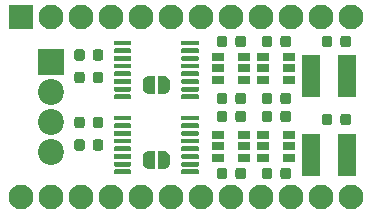
<source format=gbr>
G04 #@! TF.GenerationSoftware,KiCad,Pcbnew,5.1.5+dfsg1-2build2*
G04 #@! TF.CreationDate,2021-03-15T22:19:43+01:00*
G04 #@! TF.ProjectId,ProMicro_ANA,50726f4d-6963-4726-9f5f-414e412e6b69,v1.2*
G04 #@! TF.SameCoordinates,Original*
G04 #@! TF.FileFunction,Soldermask,Bot*
G04 #@! TF.FilePolarity,Negative*
%FSLAX46Y46*%
G04 Gerber Fmt 4.6, Leading zero omitted, Abs format (unit mm)*
G04 Created by KiCad*
%MOMM*%
%LPD*%
G04 APERTURE LIST*
%ADD10C,0.100000*%
%ADD11R,2.100000X2.100000*%
%ADD12C,2.100000*%
%ADD13R,1.500000X3.600000*%
%ADD14R,1.060000X0.650000*%
%ADD15C,2.200000*%
%ADD16R,2.200000X2.200000*%
G04 APERTURE END LIST*
D10*
G36*
X94630000Y-87515602D02*
G01*
X94654534Y-87515602D01*
X94703365Y-87520412D01*
X94751490Y-87529984D01*
X94798445Y-87544228D01*
X94843778Y-87563005D01*
X94887051Y-87586136D01*
X94927850Y-87613396D01*
X94965779Y-87644524D01*
X95000476Y-87679221D01*
X95031604Y-87717150D01*
X95058864Y-87757949D01*
X95081995Y-87801222D01*
X95100772Y-87846555D01*
X95115016Y-87893510D01*
X95124588Y-87941635D01*
X95129398Y-87990466D01*
X95129398Y-88015000D01*
X95130000Y-88015000D01*
X95130000Y-88515000D01*
X95129398Y-88515000D01*
X95129398Y-88539534D01*
X95124588Y-88588365D01*
X95115016Y-88636490D01*
X95100772Y-88683445D01*
X95081995Y-88728778D01*
X95058864Y-88772051D01*
X95031604Y-88812850D01*
X95000476Y-88850779D01*
X94965779Y-88885476D01*
X94927850Y-88916604D01*
X94887051Y-88943864D01*
X94843778Y-88966995D01*
X94798445Y-88985772D01*
X94751490Y-89000016D01*
X94703365Y-89009588D01*
X94654534Y-89014398D01*
X94630000Y-89014398D01*
X94630000Y-89015000D01*
X94130000Y-89015000D01*
X94130000Y-87515000D01*
X94630000Y-87515000D01*
X94630000Y-87515602D01*
G37*
G36*
X93830000Y-89015000D02*
G01*
X93330000Y-89015000D01*
X93330000Y-89014398D01*
X93305466Y-89014398D01*
X93256635Y-89009588D01*
X93208510Y-89000016D01*
X93161555Y-88985772D01*
X93116222Y-88966995D01*
X93072949Y-88943864D01*
X93032150Y-88916604D01*
X92994221Y-88885476D01*
X92959524Y-88850779D01*
X92928396Y-88812850D01*
X92901136Y-88772051D01*
X92878005Y-88728778D01*
X92859228Y-88683445D01*
X92844984Y-88636490D01*
X92835412Y-88588365D01*
X92830602Y-88539534D01*
X92830602Y-88515000D01*
X92830000Y-88515000D01*
X92830000Y-88015000D01*
X92830602Y-88015000D01*
X92830602Y-87990466D01*
X92835412Y-87941635D01*
X92844984Y-87893510D01*
X92859228Y-87846555D01*
X92878005Y-87801222D01*
X92901136Y-87757949D01*
X92928396Y-87717150D01*
X92959524Y-87679221D01*
X92994221Y-87644524D01*
X93032150Y-87613396D01*
X93072949Y-87586136D01*
X93116222Y-87563005D01*
X93161555Y-87544228D01*
X93208510Y-87529984D01*
X93256635Y-87520412D01*
X93305466Y-87515602D01*
X93330000Y-87515602D01*
X93330000Y-87515000D01*
X93830000Y-87515000D01*
X93830000Y-89015000D01*
G37*
G36*
X94630000Y-81165602D02*
G01*
X94654534Y-81165602D01*
X94703365Y-81170412D01*
X94751490Y-81179984D01*
X94798445Y-81194228D01*
X94843778Y-81213005D01*
X94887051Y-81236136D01*
X94927850Y-81263396D01*
X94965779Y-81294524D01*
X95000476Y-81329221D01*
X95031604Y-81367150D01*
X95058864Y-81407949D01*
X95081995Y-81451222D01*
X95100772Y-81496555D01*
X95115016Y-81543510D01*
X95124588Y-81591635D01*
X95129398Y-81640466D01*
X95129398Y-81665000D01*
X95130000Y-81665000D01*
X95130000Y-82165000D01*
X95129398Y-82165000D01*
X95129398Y-82189534D01*
X95124588Y-82238365D01*
X95115016Y-82286490D01*
X95100772Y-82333445D01*
X95081995Y-82378778D01*
X95058864Y-82422051D01*
X95031604Y-82462850D01*
X95000476Y-82500779D01*
X94965779Y-82535476D01*
X94927850Y-82566604D01*
X94887051Y-82593864D01*
X94843778Y-82616995D01*
X94798445Y-82635772D01*
X94751490Y-82650016D01*
X94703365Y-82659588D01*
X94654534Y-82664398D01*
X94630000Y-82664398D01*
X94630000Y-82665000D01*
X94130000Y-82665000D01*
X94130000Y-81165000D01*
X94630000Y-81165000D01*
X94630000Y-81165602D01*
G37*
G36*
X93830000Y-82665000D02*
G01*
X93330000Y-82665000D01*
X93330000Y-82664398D01*
X93305466Y-82664398D01*
X93256635Y-82659588D01*
X93208510Y-82650016D01*
X93161555Y-82635772D01*
X93116222Y-82616995D01*
X93072949Y-82593864D01*
X93032150Y-82566604D01*
X92994221Y-82535476D01*
X92959524Y-82500779D01*
X92928396Y-82462850D01*
X92901136Y-82422051D01*
X92878005Y-82378778D01*
X92859228Y-82333445D01*
X92844984Y-82286490D01*
X92835412Y-82238365D01*
X92830602Y-82189534D01*
X92830602Y-82165000D01*
X92830000Y-82165000D01*
X92830000Y-81665000D01*
X92830602Y-81665000D01*
X92830602Y-81640466D01*
X92835412Y-81591635D01*
X92844984Y-81543510D01*
X92859228Y-81496555D01*
X92878005Y-81451222D01*
X92901136Y-81407949D01*
X92928396Y-81367150D01*
X92959524Y-81329221D01*
X92994221Y-81294524D01*
X93032150Y-81263396D01*
X93072949Y-81236136D01*
X93116222Y-81213005D01*
X93161555Y-81194228D01*
X93208510Y-81179984D01*
X93256635Y-81170412D01*
X93305466Y-81165602D01*
X93330000Y-81165602D01*
X93330000Y-81165000D01*
X93830000Y-81165000D01*
X93830000Y-82665000D01*
G37*
G36*
X99782691Y-88934053D02*
G01*
X99803926Y-88937203D01*
X99824750Y-88942419D01*
X99844962Y-88949651D01*
X99864368Y-88958830D01*
X99882781Y-88969866D01*
X99900024Y-88982654D01*
X99915930Y-88997070D01*
X99930346Y-89012976D01*
X99943134Y-89030219D01*
X99954170Y-89048632D01*
X99963349Y-89068038D01*
X99970581Y-89088250D01*
X99975797Y-89109074D01*
X99978947Y-89130309D01*
X99980000Y-89151750D01*
X99980000Y-89664250D01*
X99978947Y-89685691D01*
X99975797Y-89706926D01*
X99970581Y-89727750D01*
X99963349Y-89747962D01*
X99954170Y-89767368D01*
X99943134Y-89785781D01*
X99930346Y-89803024D01*
X99915930Y-89818930D01*
X99900024Y-89833346D01*
X99882781Y-89846134D01*
X99864368Y-89857170D01*
X99844962Y-89866349D01*
X99824750Y-89873581D01*
X99803926Y-89878797D01*
X99782691Y-89881947D01*
X99761250Y-89883000D01*
X99323750Y-89883000D01*
X99302309Y-89881947D01*
X99281074Y-89878797D01*
X99260250Y-89873581D01*
X99240038Y-89866349D01*
X99220632Y-89857170D01*
X99202219Y-89846134D01*
X99184976Y-89833346D01*
X99169070Y-89818930D01*
X99154654Y-89803024D01*
X99141866Y-89785781D01*
X99130830Y-89767368D01*
X99121651Y-89747962D01*
X99114419Y-89727750D01*
X99109203Y-89706926D01*
X99106053Y-89685691D01*
X99105000Y-89664250D01*
X99105000Y-89151750D01*
X99106053Y-89130309D01*
X99109203Y-89109074D01*
X99114419Y-89088250D01*
X99121651Y-89068038D01*
X99130830Y-89048632D01*
X99141866Y-89030219D01*
X99154654Y-89012976D01*
X99169070Y-88997070D01*
X99184976Y-88982654D01*
X99202219Y-88969866D01*
X99220632Y-88958830D01*
X99240038Y-88949651D01*
X99260250Y-88942419D01*
X99281074Y-88937203D01*
X99302309Y-88934053D01*
X99323750Y-88933000D01*
X99761250Y-88933000D01*
X99782691Y-88934053D01*
G37*
G36*
X101357691Y-88934053D02*
G01*
X101378926Y-88937203D01*
X101399750Y-88942419D01*
X101419962Y-88949651D01*
X101439368Y-88958830D01*
X101457781Y-88969866D01*
X101475024Y-88982654D01*
X101490930Y-88997070D01*
X101505346Y-89012976D01*
X101518134Y-89030219D01*
X101529170Y-89048632D01*
X101538349Y-89068038D01*
X101545581Y-89088250D01*
X101550797Y-89109074D01*
X101553947Y-89130309D01*
X101555000Y-89151750D01*
X101555000Y-89664250D01*
X101553947Y-89685691D01*
X101550797Y-89706926D01*
X101545581Y-89727750D01*
X101538349Y-89747962D01*
X101529170Y-89767368D01*
X101518134Y-89785781D01*
X101505346Y-89803024D01*
X101490930Y-89818930D01*
X101475024Y-89833346D01*
X101457781Y-89846134D01*
X101439368Y-89857170D01*
X101419962Y-89866349D01*
X101399750Y-89873581D01*
X101378926Y-89878797D01*
X101357691Y-89881947D01*
X101336250Y-89883000D01*
X100898750Y-89883000D01*
X100877309Y-89881947D01*
X100856074Y-89878797D01*
X100835250Y-89873581D01*
X100815038Y-89866349D01*
X100795632Y-89857170D01*
X100777219Y-89846134D01*
X100759976Y-89833346D01*
X100744070Y-89818930D01*
X100729654Y-89803024D01*
X100716866Y-89785781D01*
X100705830Y-89767368D01*
X100696651Y-89747962D01*
X100689419Y-89727750D01*
X100684203Y-89706926D01*
X100681053Y-89685691D01*
X100680000Y-89664250D01*
X100680000Y-89151750D01*
X100681053Y-89130309D01*
X100684203Y-89109074D01*
X100689419Y-89088250D01*
X100696651Y-89068038D01*
X100705830Y-89048632D01*
X100716866Y-89030219D01*
X100729654Y-89012976D01*
X100744070Y-88997070D01*
X100759976Y-88982654D01*
X100777219Y-88969866D01*
X100795632Y-88958830D01*
X100815038Y-88949651D01*
X100835250Y-88942419D01*
X100856074Y-88937203D01*
X100877309Y-88934053D01*
X100898750Y-88933000D01*
X101336250Y-88933000D01*
X101357691Y-88934053D01*
G37*
G36*
X99782691Y-82584053D02*
G01*
X99803926Y-82587203D01*
X99824750Y-82592419D01*
X99844962Y-82599651D01*
X99864368Y-82608830D01*
X99882781Y-82619866D01*
X99900024Y-82632654D01*
X99915930Y-82647070D01*
X99930346Y-82662976D01*
X99943134Y-82680219D01*
X99954170Y-82698632D01*
X99963349Y-82718038D01*
X99970581Y-82738250D01*
X99975797Y-82759074D01*
X99978947Y-82780309D01*
X99980000Y-82801750D01*
X99980000Y-83314250D01*
X99978947Y-83335691D01*
X99975797Y-83356926D01*
X99970581Y-83377750D01*
X99963349Y-83397962D01*
X99954170Y-83417368D01*
X99943134Y-83435781D01*
X99930346Y-83453024D01*
X99915930Y-83468930D01*
X99900024Y-83483346D01*
X99882781Y-83496134D01*
X99864368Y-83507170D01*
X99844962Y-83516349D01*
X99824750Y-83523581D01*
X99803926Y-83528797D01*
X99782691Y-83531947D01*
X99761250Y-83533000D01*
X99323750Y-83533000D01*
X99302309Y-83531947D01*
X99281074Y-83528797D01*
X99260250Y-83523581D01*
X99240038Y-83516349D01*
X99220632Y-83507170D01*
X99202219Y-83496134D01*
X99184976Y-83483346D01*
X99169070Y-83468930D01*
X99154654Y-83453024D01*
X99141866Y-83435781D01*
X99130830Y-83417368D01*
X99121651Y-83397962D01*
X99114419Y-83377750D01*
X99109203Y-83356926D01*
X99106053Y-83335691D01*
X99105000Y-83314250D01*
X99105000Y-82801750D01*
X99106053Y-82780309D01*
X99109203Y-82759074D01*
X99114419Y-82738250D01*
X99121651Y-82718038D01*
X99130830Y-82698632D01*
X99141866Y-82680219D01*
X99154654Y-82662976D01*
X99169070Y-82647070D01*
X99184976Y-82632654D01*
X99202219Y-82619866D01*
X99220632Y-82608830D01*
X99240038Y-82599651D01*
X99260250Y-82592419D01*
X99281074Y-82587203D01*
X99302309Y-82584053D01*
X99323750Y-82583000D01*
X99761250Y-82583000D01*
X99782691Y-82584053D01*
G37*
G36*
X101357691Y-82584053D02*
G01*
X101378926Y-82587203D01*
X101399750Y-82592419D01*
X101419962Y-82599651D01*
X101439368Y-82608830D01*
X101457781Y-82619866D01*
X101475024Y-82632654D01*
X101490930Y-82647070D01*
X101505346Y-82662976D01*
X101518134Y-82680219D01*
X101529170Y-82698632D01*
X101538349Y-82718038D01*
X101545581Y-82738250D01*
X101550797Y-82759074D01*
X101553947Y-82780309D01*
X101555000Y-82801750D01*
X101555000Y-83314250D01*
X101553947Y-83335691D01*
X101550797Y-83356926D01*
X101545581Y-83377750D01*
X101538349Y-83397962D01*
X101529170Y-83417368D01*
X101518134Y-83435781D01*
X101505346Y-83453024D01*
X101490930Y-83468930D01*
X101475024Y-83483346D01*
X101457781Y-83496134D01*
X101439368Y-83507170D01*
X101419962Y-83516349D01*
X101399750Y-83523581D01*
X101378926Y-83528797D01*
X101357691Y-83531947D01*
X101336250Y-83533000D01*
X100898750Y-83533000D01*
X100877309Y-83531947D01*
X100856074Y-83528797D01*
X100835250Y-83523581D01*
X100815038Y-83516349D01*
X100795632Y-83507170D01*
X100777219Y-83496134D01*
X100759976Y-83483346D01*
X100744070Y-83468930D01*
X100729654Y-83453024D01*
X100716866Y-83435781D01*
X100705830Y-83417368D01*
X100696651Y-83397962D01*
X100689419Y-83377750D01*
X100684203Y-83356926D01*
X100681053Y-83335691D01*
X100680000Y-83314250D01*
X100680000Y-82801750D01*
X100681053Y-82780309D01*
X100684203Y-82759074D01*
X100689419Y-82738250D01*
X100696651Y-82718038D01*
X100705830Y-82698632D01*
X100716866Y-82680219D01*
X100729654Y-82662976D01*
X100744070Y-82647070D01*
X100759976Y-82632654D01*
X100777219Y-82619866D01*
X100795632Y-82608830D01*
X100815038Y-82599651D01*
X100835250Y-82592419D01*
X100856074Y-82587203D01*
X100877309Y-82584053D01*
X100898750Y-82583000D01*
X101336250Y-82583000D01*
X101357691Y-82584053D01*
G37*
D11*
X82550000Y-76200000D03*
D12*
X85090000Y-76200000D03*
X87630000Y-76200000D03*
X110490000Y-91440000D03*
X90170000Y-76200000D03*
X107950000Y-91440000D03*
X92710000Y-76200000D03*
X105410000Y-91440000D03*
X95250000Y-76200000D03*
X102870000Y-91440000D03*
X97790000Y-76200000D03*
X100330000Y-91440000D03*
X100330000Y-76200000D03*
X97790000Y-91440000D03*
X102870000Y-76200000D03*
X95250000Y-91440000D03*
X105410000Y-76200000D03*
X92710000Y-91440000D03*
X107950000Y-76200000D03*
X90170000Y-91440000D03*
X110490000Y-76200000D03*
X87630000Y-91440000D03*
X85090000Y-91440000D03*
X82550000Y-91440000D03*
D13*
X107060000Y-87884000D03*
X110110000Y-87884000D03*
X107060000Y-81153000D03*
X110110000Y-81153000D03*
D10*
G36*
X105167691Y-88934053D02*
G01*
X105188926Y-88937203D01*
X105209750Y-88942419D01*
X105229962Y-88949651D01*
X105249368Y-88958830D01*
X105267781Y-88969866D01*
X105285024Y-88982654D01*
X105300930Y-88997070D01*
X105315346Y-89012976D01*
X105328134Y-89030219D01*
X105339170Y-89048632D01*
X105348349Y-89068038D01*
X105355581Y-89088250D01*
X105360797Y-89109074D01*
X105363947Y-89130309D01*
X105365000Y-89151750D01*
X105365000Y-89664250D01*
X105363947Y-89685691D01*
X105360797Y-89706926D01*
X105355581Y-89727750D01*
X105348349Y-89747962D01*
X105339170Y-89767368D01*
X105328134Y-89785781D01*
X105315346Y-89803024D01*
X105300930Y-89818930D01*
X105285024Y-89833346D01*
X105267781Y-89846134D01*
X105249368Y-89857170D01*
X105229962Y-89866349D01*
X105209750Y-89873581D01*
X105188926Y-89878797D01*
X105167691Y-89881947D01*
X105146250Y-89883000D01*
X104708750Y-89883000D01*
X104687309Y-89881947D01*
X104666074Y-89878797D01*
X104645250Y-89873581D01*
X104625038Y-89866349D01*
X104605632Y-89857170D01*
X104587219Y-89846134D01*
X104569976Y-89833346D01*
X104554070Y-89818930D01*
X104539654Y-89803024D01*
X104526866Y-89785781D01*
X104515830Y-89767368D01*
X104506651Y-89747962D01*
X104499419Y-89727750D01*
X104494203Y-89706926D01*
X104491053Y-89685691D01*
X104490000Y-89664250D01*
X104490000Y-89151750D01*
X104491053Y-89130309D01*
X104494203Y-89109074D01*
X104499419Y-89088250D01*
X104506651Y-89068038D01*
X104515830Y-89048632D01*
X104526866Y-89030219D01*
X104539654Y-89012976D01*
X104554070Y-88997070D01*
X104569976Y-88982654D01*
X104587219Y-88969866D01*
X104605632Y-88958830D01*
X104625038Y-88949651D01*
X104645250Y-88942419D01*
X104666074Y-88937203D01*
X104687309Y-88934053D01*
X104708750Y-88933000D01*
X105146250Y-88933000D01*
X105167691Y-88934053D01*
G37*
G36*
X103592691Y-88934053D02*
G01*
X103613926Y-88937203D01*
X103634750Y-88942419D01*
X103654962Y-88949651D01*
X103674368Y-88958830D01*
X103692781Y-88969866D01*
X103710024Y-88982654D01*
X103725930Y-88997070D01*
X103740346Y-89012976D01*
X103753134Y-89030219D01*
X103764170Y-89048632D01*
X103773349Y-89068038D01*
X103780581Y-89088250D01*
X103785797Y-89109074D01*
X103788947Y-89130309D01*
X103790000Y-89151750D01*
X103790000Y-89664250D01*
X103788947Y-89685691D01*
X103785797Y-89706926D01*
X103780581Y-89727750D01*
X103773349Y-89747962D01*
X103764170Y-89767368D01*
X103753134Y-89785781D01*
X103740346Y-89803024D01*
X103725930Y-89818930D01*
X103710024Y-89833346D01*
X103692781Y-89846134D01*
X103674368Y-89857170D01*
X103654962Y-89866349D01*
X103634750Y-89873581D01*
X103613926Y-89878797D01*
X103592691Y-89881947D01*
X103571250Y-89883000D01*
X103133750Y-89883000D01*
X103112309Y-89881947D01*
X103091074Y-89878797D01*
X103070250Y-89873581D01*
X103050038Y-89866349D01*
X103030632Y-89857170D01*
X103012219Y-89846134D01*
X102994976Y-89833346D01*
X102979070Y-89818930D01*
X102964654Y-89803024D01*
X102951866Y-89785781D01*
X102940830Y-89767368D01*
X102931651Y-89747962D01*
X102924419Y-89727750D01*
X102919203Y-89706926D01*
X102916053Y-89685691D01*
X102915000Y-89664250D01*
X102915000Y-89151750D01*
X102916053Y-89130309D01*
X102919203Y-89109074D01*
X102924419Y-89088250D01*
X102931651Y-89068038D01*
X102940830Y-89048632D01*
X102951866Y-89030219D01*
X102964654Y-89012976D01*
X102979070Y-88997070D01*
X102994976Y-88982654D01*
X103012219Y-88969866D01*
X103030632Y-88958830D01*
X103050038Y-88949651D01*
X103070250Y-88942419D01*
X103091074Y-88937203D01*
X103112309Y-88934053D01*
X103133750Y-88933000D01*
X103571250Y-88933000D01*
X103592691Y-88934053D01*
G37*
G36*
X105167691Y-82584053D02*
G01*
X105188926Y-82587203D01*
X105209750Y-82592419D01*
X105229962Y-82599651D01*
X105249368Y-82608830D01*
X105267781Y-82619866D01*
X105285024Y-82632654D01*
X105300930Y-82647070D01*
X105315346Y-82662976D01*
X105328134Y-82680219D01*
X105339170Y-82698632D01*
X105348349Y-82718038D01*
X105355581Y-82738250D01*
X105360797Y-82759074D01*
X105363947Y-82780309D01*
X105365000Y-82801750D01*
X105365000Y-83314250D01*
X105363947Y-83335691D01*
X105360797Y-83356926D01*
X105355581Y-83377750D01*
X105348349Y-83397962D01*
X105339170Y-83417368D01*
X105328134Y-83435781D01*
X105315346Y-83453024D01*
X105300930Y-83468930D01*
X105285024Y-83483346D01*
X105267781Y-83496134D01*
X105249368Y-83507170D01*
X105229962Y-83516349D01*
X105209750Y-83523581D01*
X105188926Y-83528797D01*
X105167691Y-83531947D01*
X105146250Y-83533000D01*
X104708750Y-83533000D01*
X104687309Y-83531947D01*
X104666074Y-83528797D01*
X104645250Y-83523581D01*
X104625038Y-83516349D01*
X104605632Y-83507170D01*
X104587219Y-83496134D01*
X104569976Y-83483346D01*
X104554070Y-83468930D01*
X104539654Y-83453024D01*
X104526866Y-83435781D01*
X104515830Y-83417368D01*
X104506651Y-83397962D01*
X104499419Y-83377750D01*
X104494203Y-83356926D01*
X104491053Y-83335691D01*
X104490000Y-83314250D01*
X104490000Y-82801750D01*
X104491053Y-82780309D01*
X104494203Y-82759074D01*
X104499419Y-82738250D01*
X104506651Y-82718038D01*
X104515830Y-82698632D01*
X104526866Y-82680219D01*
X104539654Y-82662976D01*
X104554070Y-82647070D01*
X104569976Y-82632654D01*
X104587219Y-82619866D01*
X104605632Y-82608830D01*
X104625038Y-82599651D01*
X104645250Y-82592419D01*
X104666074Y-82587203D01*
X104687309Y-82584053D01*
X104708750Y-82583000D01*
X105146250Y-82583000D01*
X105167691Y-82584053D01*
G37*
G36*
X103592691Y-82584053D02*
G01*
X103613926Y-82587203D01*
X103634750Y-82592419D01*
X103654962Y-82599651D01*
X103674368Y-82608830D01*
X103692781Y-82619866D01*
X103710024Y-82632654D01*
X103725930Y-82647070D01*
X103740346Y-82662976D01*
X103753134Y-82680219D01*
X103764170Y-82698632D01*
X103773349Y-82718038D01*
X103780581Y-82738250D01*
X103785797Y-82759074D01*
X103788947Y-82780309D01*
X103790000Y-82801750D01*
X103790000Y-83314250D01*
X103788947Y-83335691D01*
X103785797Y-83356926D01*
X103780581Y-83377750D01*
X103773349Y-83397962D01*
X103764170Y-83417368D01*
X103753134Y-83435781D01*
X103740346Y-83453024D01*
X103725930Y-83468930D01*
X103710024Y-83483346D01*
X103692781Y-83496134D01*
X103674368Y-83507170D01*
X103654962Y-83516349D01*
X103634750Y-83523581D01*
X103613926Y-83528797D01*
X103592691Y-83531947D01*
X103571250Y-83533000D01*
X103133750Y-83533000D01*
X103112309Y-83531947D01*
X103091074Y-83528797D01*
X103070250Y-83523581D01*
X103050038Y-83516349D01*
X103030632Y-83507170D01*
X103012219Y-83496134D01*
X102994976Y-83483346D01*
X102979070Y-83468930D01*
X102964654Y-83453024D01*
X102951866Y-83435781D01*
X102940830Y-83417368D01*
X102931651Y-83397962D01*
X102924419Y-83377750D01*
X102919203Y-83356926D01*
X102916053Y-83335691D01*
X102915000Y-83314250D01*
X102915000Y-82801750D01*
X102916053Y-82780309D01*
X102919203Y-82759074D01*
X102924419Y-82738250D01*
X102931651Y-82718038D01*
X102940830Y-82698632D01*
X102951866Y-82680219D01*
X102964654Y-82662976D01*
X102979070Y-82647070D01*
X102994976Y-82632654D01*
X103012219Y-82619866D01*
X103030632Y-82608830D01*
X103050038Y-82599651D01*
X103070250Y-82592419D01*
X103091074Y-82587203D01*
X103112309Y-82584053D01*
X103133750Y-82583000D01*
X103571250Y-82583000D01*
X103592691Y-82584053D01*
G37*
G36*
X110247691Y-84362053D02*
G01*
X110268926Y-84365203D01*
X110289750Y-84370419D01*
X110309962Y-84377651D01*
X110329368Y-84386830D01*
X110347781Y-84397866D01*
X110365024Y-84410654D01*
X110380930Y-84425070D01*
X110395346Y-84440976D01*
X110408134Y-84458219D01*
X110419170Y-84476632D01*
X110428349Y-84496038D01*
X110435581Y-84516250D01*
X110440797Y-84537074D01*
X110443947Y-84558309D01*
X110445000Y-84579750D01*
X110445000Y-85092250D01*
X110443947Y-85113691D01*
X110440797Y-85134926D01*
X110435581Y-85155750D01*
X110428349Y-85175962D01*
X110419170Y-85195368D01*
X110408134Y-85213781D01*
X110395346Y-85231024D01*
X110380930Y-85246930D01*
X110365024Y-85261346D01*
X110347781Y-85274134D01*
X110329368Y-85285170D01*
X110309962Y-85294349D01*
X110289750Y-85301581D01*
X110268926Y-85306797D01*
X110247691Y-85309947D01*
X110226250Y-85311000D01*
X109788750Y-85311000D01*
X109767309Y-85309947D01*
X109746074Y-85306797D01*
X109725250Y-85301581D01*
X109705038Y-85294349D01*
X109685632Y-85285170D01*
X109667219Y-85274134D01*
X109649976Y-85261346D01*
X109634070Y-85246930D01*
X109619654Y-85231024D01*
X109606866Y-85213781D01*
X109595830Y-85195368D01*
X109586651Y-85175962D01*
X109579419Y-85155750D01*
X109574203Y-85134926D01*
X109571053Y-85113691D01*
X109570000Y-85092250D01*
X109570000Y-84579750D01*
X109571053Y-84558309D01*
X109574203Y-84537074D01*
X109579419Y-84516250D01*
X109586651Y-84496038D01*
X109595830Y-84476632D01*
X109606866Y-84458219D01*
X109619654Y-84440976D01*
X109634070Y-84425070D01*
X109649976Y-84410654D01*
X109667219Y-84397866D01*
X109685632Y-84386830D01*
X109705038Y-84377651D01*
X109725250Y-84370419D01*
X109746074Y-84365203D01*
X109767309Y-84362053D01*
X109788750Y-84361000D01*
X110226250Y-84361000D01*
X110247691Y-84362053D01*
G37*
G36*
X108672691Y-84362053D02*
G01*
X108693926Y-84365203D01*
X108714750Y-84370419D01*
X108734962Y-84377651D01*
X108754368Y-84386830D01*
X108772781Y-84397866D01*
X108790024Y-84410654D01*
X108805930Y-84425070D01*
X108820346Y-84440976D01*
X108833134Y-84458219D01*
X108844170Y-84476632D01*
X108853349Y-84496038D01*
X108860581Y-84516250D01*
X108865797Y-84537074D01*
X108868947Y-84558309D01*
X108870000Y-84579750D01*
X108870000Y-85092250D01*
X108868947Y-85113691D01*
X108865797Y-85134926D01*
X108860581Y-85155750D01*
X108853349Y-85175962D01*
X108844170Y-85195368D01*
X108833134Y-85213781D01*
X108820346Y-85231024D01*
X108805930Y-85246930D01*
X108790024Y-85261346D01*
X108772781Y-85274134D01*
X108754368Y-85285170D01*
X108734962Y-85294349D01*
X108714750Y-85301581D01*
X108693926Y-85306797D01*
X108672691Y-85309947D01*
X108651250Y-85311000D01*
X108213750Y-85311000D01*
X108192309Y-85309947D01*
X108171074Y-85306797D01*
X108150250Y-85301581D01*
X108130038Y-85294349D01*
X108110632Y-85285170D01*
X108092219Y-85274134D01*
X108074976Y-85261346D01*
X108059070Y-85246930D01*
X108044654Y-85231024D01*
X108031866Y-85213781D01*
X108020830Y-85195368D01*
X108011651Y-85175962D01*
X108004419Y-85155750D01*
X107999203Y-85134926D01*
X107996053Y-85113691D01*
X107995000Y-85092250D01*
X107995000Y-84579750D01*
X107996053Y-84558309D01*
X107999203Y-84537074D01*
X108004419Y-84516250D01*
X108011651Y-84496038D01*
X108020830Y-84476632D01*
X108031866Y-84458219D01*
X108044654Y-84440976D01*
X108059070Y-84425070D01*
X108074976Y-84410654D01*
X108092219Y-84397866D01*
X108110632Y-84386830D01*
X108130038Y-84377651D01*
X108150250Y-84370419D01*
X108171074Y-84365203D01*
X108192309Y-84362053D01*
X108213750Y-84361000D01*
X108651250Y-84361000D01*
X108672691Y-84362053D01*
G37*
G36*
X110247691Y-77758053D02*
G01*
X110268926Y-77761203D01*
X110289750Y-77766419D01*
X110309962Y-77773651D01*
X110329368Y-77782830D01*
X110347781Y-77793866D01*
X110365024Y-77806654D01*
X110380930Y-77821070D01*
X110395346Y-77836976D01*
X110408134Y-77854219D01*
X110419170Y-77872632D01*
X110428349Y-77892038D01*
X110435581Y-77912250D01*
X110440797Y-77933074D01*
X110443947Y-77954309D01*
X110445000Y-77975750D01*
X110445000Y-78488250D01*
X110443947Y-78509691D01*
X110440797Y-78530926D01*
X110435581Y-78551750D01*
X110428349Y-78571962D01*
X110419170Y-78591368D01*
X110408134Y-78609781D01*
X110395346Y-78627024D01*
X110380930Y-78642930D01*
X110365024Y-78657346D01*
X110347781Y-78670134D01*
X110329368Y-78681170D01*
X110309962Y-78690349D01*
X110289750Y-78697581D01*
X110268926Y-78702797D01*
X110247691Y-78705947D01*
X110226250Y-78707000D01*
X109788750Y-78707000D01*
X109767309Y-78705947D01*
X109746074Y-78702797D01*
X109725250Y-78697581D01*
X109705038Y-78690349D01*
X109685632Y-78681170D01*
X109667219Y-78670134D01*
X109649976Y-78657346D01*
X109634070Y-78642930D01*
X109619654Y-78627024D01*
X109606866Y-78609781D01*
X109595830Y-78591368D01*
X109586651Y-78571962D01*
X109579419Y-78551750D01*
X109574203Y-78530926D01*
X109571053Y-78509691D01*
X109570000Y-78488250D01*
X109570000Y-77975750D01*
X109571053Y-77954309D01*
X109574203Y-77933074D01*
X109579419Y-77912250D01*
X109586651Y-77892038D01*
X109595830Y-77872632D01*
X109606866Y-77854219D01*
X109619654Y-77836976D01*
X109634070Y-77821070D01*
X109649976Y-77806654D01*
X109667219Y-77793866D01*
X109685632Y-77782830D01*
X109705038Y-77773651D01*
X109725250Y-77766419D01*
X109746074Y-77761203D01*
X109767309Y-77758053D01*
X109788750Y-77757000D01*
X110226250Y-77757000D01*
X110247691Y-77758053D01*
G37*
G36*
X108672691Y-77758053D02*
G01*
X108693926Y-77761203D01*
X108714750Y-77766419D01*
X108734962Y-77773651D01*
X108754368Y-77782830D01*
X108772781Y-77793866D01*
X108790024Y-77806654D01*
X108805930Y-77821070D01*
X108820346Y-77836976D01*
X108833134Y-77854219D01*
X108844170Y-77872632D01*
X108853349Y-77892038D01*
X108860581Y-77912250D01*
X108865797Y-77933074D01*
X108868947Y-77954309D01*
X108870000Y-77975750D01*
X108870000Y-78488250D01*
X108868947Y-78509691D01*
X108865797Y-78530926D01*
X108860581Y-78551750D01*
X108853349Y-78571962D01*
X108844170Y-78591368D01*
X108833134Y-78609781D01*
X108820346Y-78627024D01*
X108805930Y-78642930D01*
X108790024Y-78657346D01*
X108772781Y-78670134D01*
X108754368Y-78681170D01*
X108734962Y-78690349D01*
X108714750Y-78697581D01*
X108693926Y-78702797D01*
X108672691Y-78705947D01*
X108651250Y-78707000D01*
X108213750Y-78707000D01*
X108192309Y-78705947D01*
X108171074Y-78702797D01*
X108150250Y-78697581D01*
X108130038Y-78690349D01*
X108110632Y-78681170D01*
X108092219Y-78670134D01*
X108074976Y-78657346D01*
X108059070Y-78642930D01*
X108044654Y-78627024D01*
X108031866Y-78609781D01*
X108020830Y-78591368D01*
X108011651Y-78571962D01*
X108004419Y-78551750D01*
X107999203Y-78530926D01*
X107996053Y-78509691D01*
X107995000Y-78488250D01*
X107995000Y-77975750D01*
X107996053Y-77954309D01*
X107999203Y-77933074D01*
X108004419Y-77912250D01*
X108011651Y-77892038D01*
X108020830Y-77872632D01*
X108031866Y-77854219D01*
X108044654Y-77836976D01*
X108059070Y-77821070D01*
X108074976Y-77806654D01*
X108092219Y-77793866D01*
X108110632Y-77782830D01*
X108130038Y-77773651D01*
X108150250Y-77766419D01*
X108171074Y-77761203D01*
X108192309Y-77758053D01*
X108213750Y-77757000D01*
X108651250Y-77757000D01*
X108672691Y-77758053D01*
G37*
D14*
X99230000Y-87122000D03*
X99230000Y-86172000D03*
X99230000Y-88072000D03*
X101430000Y-88072000D03*
X101430000Y-87122000D03*
X101430000Y-86172000D03*
X99230000Y-80518000D03*
X99230000Y-79568000D03*
X99230000Y-81468000D03*
X101430000Y-81468000D03*
X101430000Y-80518000D03*
X101430000Y-79568000D03*
X103040000Y-87122000D03*
X103040000Y-86172000D03*
X103040000Y-88072000D03*
X105240000Y-88072000D03*
X105240000Y-87122000D03*
X105240000Y-86172000D03*
X103040000Y-80518000D03*
X103040000Y-79568000D03*
X103040000Y-81468000D03*
X105240000Y-81468000D03*
X105240000Y-80518000D03*
X105240000Y-79568000D03*
D10*
G36*
X101357691Y-84108053D02*
G01*
X101378926Y-84111203D01*
X101399750Y-84116419D01*
X101419962Y-84123651D01*
X101439368Y-84132830D01*
X101457781Y-84143866D01*
X101475024Y-84156654D01*
X101490930Y-84171070D01*
X101505346Y-84186976D01*
X101518134Y-84204219D01*
X101529170Y-84222632D01*
X101538349Y-84242038D01*
X101545581Y-84262250D01*
X101550797Y-84283074D01*
X101553947Y-84304309D01*
X101555000Y-84325750D01*
X101555000Y-84838250D01*
X101553947Y-84859691D01*
X101550797Y-84880926D01*
X101545581Y-84901750D01*
X101538349Y-84921962D01*
X101529170Y-84941368D01*
X101518134Y-84959781D01*
X101505346Y-84977024D01*
X101490930Y-84992930D01*
X101475024Y-85007346D01*
X101457781Y-85020134D01*
X101439368Y-85031170D01*
X101419962Y-85040349D01*
X101399750Y-85047581D01*
X101378926Y-85052797D01*
X101357691Y-85055947D01*
X101336250Y-85057000D01*
X100898750Y-85057000D01*
X100877309Y-85055947D01*
X100856074Y-85052797D01*
X100835250Y-85047581D01*
X100815038Y-85040349D01*
X100795632Y-85031170D01*
X100777219Y-85020134D01*
X100759976Y-85007346D01*
X100744070Y-84992930D01*
X100729654Y-84977024D01*
X100716866Y-84959781D01*
X100705830Y-84941368D01*
X100696651Y-84921962D01*
X100689419Y-84901750D01*
X100684203Y-84880926D01*
X100681053Y-84859691D01*
X100680000Y-84838250D01*
X100680000Y-84325750D01*
X100681053Y-84304309D01*
X100684203Y-84283074D01*
X100689419Y-84262250D01*
X100696651Y-84242038D01*
X100705830Y-84222632D01*
X100716866Y-84204219D01*
X100729654Y-84186976D01*
X100744070Y-84171070D01*
X100759976Y-84156654D01*
X100777219Y-84143866D01*
X100795632Y-84132830D01*
X100815038Y-84123651D01*
X100835250Y-84116419D01*
X100856074Y-84111203D01*
X100877309Y-84108053D01*
X100898750Y-84107000D01*
X101336250Y-84107000D01*
X101357691Y-84108053D01*
G37*
G36*
X99782691Y-84108053D02*
G01*
X99803926Y-84111203D01*
X99824750Y-84116419D01*
X99844962Y-84123651D01*
X99864368Y-84132830D01*
X99882781Y-84143866D01*
X99900024Y-84156654D01*
X99915930Y-84171070D01*
X99930346Y-84186976D01*
X99943134Y-84204219D01*
X99954170Y-84222632D01*
X99963349Y-84242038D01*
X99970581Y-84262250D01*
X99975797Y-84283074D01*
X99978947Y-84304309D01*
X99980000Y-84325750D01*
X99980000Y-84838250D01*
X99978947Y-84859691D01*
X99975797Y-84880926D01*
X99970581Y-84901750D01*
X99963349Y-84921962D01*
X99954170Y-84941368D01*
X99943134Y-84959781D01*
X99930346Y-84977024D01*
X99915930Y-84992930D01*
X99900024Y-85007346D01*
X99882781Y-85020134D01*
X99864368Y-85031170D01*
X99844962Y-85040349D01*
X99824750Y-85047581D01*
X99803926Y-85052797D01*
X99782691Y-85055947D01*
X99761250Y-85057000D01*
X99323750Y-85057000D01*
X99302309Y-85055947D01*
X99281074Y-85052797D01*
X99260250Y-85047581D01*
X99240038Y-85040349D01*
X99220632Y-85031170D01*
X99202219Y-85020134D01*
X99184976Y-85007346D01*
X99169070Y-84992930D01*
X99154654Y-84977024D01*
X99141866Y-84959781D01*
X99130830Y-84941368D01*
X99121651Y-84921962D01*
X99114419Y-84901750D01*
X99109203Y-84880926D01*
X99106053Y-84859691D01*
X99105000Y-84838250D01*
X99105000Y-84325750D01*
X99106053Y-84304309D01*
X99109203Y-84283074D01*
X99114419Y-84262250D01*
X99121651Y-84242038D01*
X99130830Y-84222632D01*
X99141866Y-84204219D01*
X99154654Y-84186976D01*
X99169070Y-84171070D01*
X99184976Y-84156654D01*
X99202219Y-84143866D01*
X99220632Y-84132830D01*
X99240038Y-84123651D01*
X99260250Y-84116419D01*
X99281074Y-84111203D01*
X99302309Y-84108053D01*
X99323750Y-84107000D01*
X99761250Y-84107000D01*
X99782691Y-84108053D01*
G37*
G36*
X105167691Y-84108053D02*
G01*
X105188926Y-84111203D01*
X105209750Y-84116419D01*
X105229962Y-84123651D01*
X105249368Y-84132830D01*
X105267781Y-84143866D01*
X105285024Y-84156654D01*
X105300930Y-84171070D01*
X105315346Y-84186976D01*
X105328134Y-84204219D01*
X105339170Y-84222632D01*
X105348349Y-84242038D01*
X105355581Y-84262250D01*
X105360797Y-84283074D01*
X105363947Y-84304309D01*
X105365000Y-84325750D01*
X105365000Y-84838250D01*
X105363947Y-84859691D01*
X105360797Y-84880926D01*
X105355581Y-84901750D01*
X105348349Y-84921962D01*
X105339170Y-84941368D01*
X105328134Y-84959781D01*
X105315346Y-84977024D01*
X105300930Y-84992930D01*
X105285024Y-85007346D01*
X105267781Y-85020134D01*
X105249368Y-85031170D01*
X105229962Y-85040349D01*
X105209750Y-85047581D01*
X105188926Y-85052797D01*
X105167691Y-85055947D01*
X105146250Y-85057000D01*
X104708750Y-85057000D01*
X104687309Y-85055947D01*
X104666074Y-85052797D01*
X104645250Y-85047581D01*
X104625038Y-85040349D01*
X104605632Y-85031170D01*
X104587219Y-85020134D01*
X104569976Y-85007346D01*
X104554070Y-84992930D01*
X104539654Y-84977024D01*
X104526866Y-84959781D01*
X104515830Y-84941368D01*
X104506651Y-84921962D01*
X104499419Y-84901750D01*
X104494203Y-84880926D01*
X104491053Y-84859691D01*
X104490000Y-84838250D01*
X104490000Y-84325750D01*
X104491053Y-84304309D01*
X104494203Y-84283074D01*
X104499419Y-84262250D01*
X104506651Y-84242038D01*
X104515830Y-84222632D01*
X104526866Y-84204219D01*
X104539654Y-84186976D01*
X104554070Y-84171070D01*
X104569976Y-84156654D01*
X104587219Y-84143866D01*
X104605632Y-84132830D01*
X104625038Y-84123651D01*
X104645250Y-84116419D01*
X104666074Y-84111203D01*
X104687309Y-84108053D01*
X104708750Y-84107000D01*
X105146250Y-84107000D01*
X105167691Y-84108053D01*
G37*
G36*
X103592691Y-84108053D02*
G01*
X103613926Y-84111203D01*
X103634750Y-84116419D01*
X103654962Y-84123651D01*
X103674368Y-84132830D01*
X103692781Y-84143866D01*
X103710024Y-84156654D01*
X103725930Y-84171070D01*
X103740346Y-84186976D01*
X103753134Y-84204219D01*
X103764170Y-84222632D01*
X103773349Y-84242038D01*
X103780581Y-84262250D01*
X103785797Y-84283074D01*
X103788947Y-84304309D01*
X103790000Y-84325750D01*
X103790000Y-84838250D01*
X103788947Y-84859691D01*
X103785797Y-84880926D01*
X103780581Y-84901750D01*
X103773349Y-84921962D01*
X103764170Y-84941368D01*
X103753134Y-84959781D01*
X103740346Y-84977024D01*
X103725930Y-84992930D01*
X103710024Y-85007346D01*
X103692781Y-85020134D01*
X103674368Y-85031170D01*
X103654962Y-85040349D01*
X103634750Y-85047581D01*
X103613926Y-85052797D01*
X103592691Y-85055947D01*
X103571250Y-85057000D01*
X103133750Y-85057000D01*
X103112309Y-85055947D01*
X103091074Y-85052797D01*
X103070250Y-85047581D01*
X103050038Y-85040349D01*
X103030632Y-85031170D01*
X103012219Y-85020134D01*
X102994976Y-85007346D01*
X102979070Y-84992930D01*
X102964654Y-84977024D01*
X102951866Y-84959781D01*
X102940830Y-84941368D01*
X102931651Y-84921962D01*
X102924419Y-84901750D01*
X102919203Y-84880926D01*
X102916053Y-84859691D01*
X102915000Y-84838250D01*
X102915000Y-84325750D01*
X102916053Y-84304309D01*
X102919203Y-84283074D01*
X102924419Y-84262250D01*
X102931651Y-84242038D01*
X102940830Y-84222632D01*
X102951866Y-84204219D01*
X102964654Y-84186976D01*
X102979070Y-84171070D01*
X102994976Y-84156654D01*
X103012219Y-84143866D01*
X103030632Y-84132830D01*
X103050038Y-84123651D01*
X103070250Y-84116419D01*
X103091074Y-84111203D01*
X103112309Y-84108053D01*
X103133750Y-84107000D01*
X103571250Y-84107000D01*
X103592691Y-84108053D01*
G37*
G36*
X101357691Y-77758053D02*
G01*
X101378926Y-77761203D01*
X101399750Y-77766419D01*
X101419962Y-77773651D01*
X101439368Y-77782830D01*
X101457781Y-77793866D01*
X101475024Y-77806654D01*
X101490930Y-77821070D01*
X101505346Y-77836976D01*
X101518134Y-77854219D01*
X101529170Y-77872632D01*
X101538349Y-77892038D01*
X101545581Y-77912250D01*
X101550797Y-77933074D01*
X101553947Y-77954309D01*
X101555000Y-77975750D01*
X101555000Y-78488250D01*
X101553947Y-78509691D01*
X101550797Y-78530926D01*
X101545581Y-78551750D01*
X101538349Y-78571962D01*
X101529170Y-78591368D01*
X101518134Y-78609781D01*
X101505346Y-78627024D01*
X101490930Y-78642930D01*
X101475024Y-78657346D01*
X101457781Y-78670134D01*
X101439368Y-78681170D01*
X101419962Y-78690349D01*
X101399750Y-78697581D01*
X101378926Y-78702797D01*
X101357691Y-78705947D01*
X101336250Y-78707000D01*
X100898750Y-78707000D01*
X100877309Y-78705947D01*
X100856074Y-78702797D01*
X100835250Y-78697581D01*
X100815038Y-78690349D01*
X100795632Y-78681170D01*
X100777219Y-78670134D01*
X100759976Y-78657346D01*
X100744070Y-78642930D01*
X100729654Y-78627024D01*
X100716866Y-78609781D01*
X100705830Y-78591368D01*
X100696651Y-78571962D01*
X100689419Y-78551750D01*
X100684203Y-78530926D01*
X100681053Y-78509691D01*
X100680000Y-78488250D01*
X100680000Y-77975750D01*
X100681053Y-77954309D01*
X100684203Y-77933074D01*
X100689419Y-77912250D01*
X100696651Y-77892038D01*
X100705830Y-77872632D01*
X100716866Y-77854219D01*
X100729654Y-77836976D01*
X100744070Y-77821070D01*
X100759976Y-77806654D01*
X100777219Y-77793866D01*
X100795632Y-77782830D01*
X100815038Y-77773651D01*
X100835250Y-77766419D01*
X100856074Y-77761203D01*
X100877309Y-77758053D01*
X100898750Y-77757000D01*
X101336250Y-77757000D01*
X101357691Y-77758053D01*
G37*
G36*
X99782691Y-77758053D02*
G01*
X99803926Y-77761203D01*
X99824750Y-77766419D01*
X99844962Y-77773651D01*
X99864368Y-77782830D01*
X99882781Y-77793866D01*
X99900024Y-77806654D01*
X99915930Y-77821070D01*
X99930346Y-77836976D01*
X99943134Y-77854219D01*
X99954170Y-77872632D01*
X99963349Y-77892038D01*
X99970581Y-77912250D01*
X99975797Y-77933074D01*
X99978947Y-77954309D01*
X99980000Y-77975750D01*
X99980000Y-78488250D01*
X99978947Y-78509691D01*
X99975797Y-78530926D01*
X99970581Y-78551750D01*
X99963349Y-78571962D01*
X99954170Y-78591368D01*
X99943134Y-78609781D01*
X99930346Y-78627024D01*
X99915930Y-78642930D01*
X99900024Y-78657346D01*
X99882781Y-78670134D01*
X99864368Y-78681170D01*
X99844962Y-78690349D01*
X99824750Y-78697581D01*
X99803926Y-78702797D01*
X99782691Y-78705947D01*
X99761250Y-78707000D01*
X99323750Y-78707000D01*
X99302309Y-78705947D01*
X99281074Y-78702797D01*
X99260250Y-78697581D01*
X99240038Y-78690349D01*
X99220632Y-78681170D01*
X99202219Y-78670134D01*
X99184976Y-78657346D01*
X99169070Y-78642930D01*
X99154654Y-78627024D01*
X99141866Y-78609781D01*
X99130830Y-78591368D01*
X99121651Y-78571962D01*
X99114419Y-78551750D01*
X99109203Y-78530926D01*
X99106053Y-78509691D01*
X99105000Y-78488250D01*
X99105000Y-77975750D01*
X99106053Y-77954309D01*
X99109203Y-77933074D01*
X99114419Y-77912250D01*
X99121651Y-77892038D01*
X99130830Y-77872632D01*
X99141866Y-77854219D01*
X99154654Y-77836976D01*
X99169070Y-77821070D01*
X99184976Y-77806654D01*
X99202219Y-77793866D01*
X99220632Y-77782830D01*
X99240038Y-77773651D01*
X99260250Y-77766419D01*
X99281074Y-77761203D01*
X99302309Y-77758053D01*
X99323750Y-77757000D01*
X99761250Y-77757000D01*
X99782691Y-77758053D01*
G37*
G36*
X105167691Y-77758053D02*
G01*
X105188926Y-77761203D01*
X105209750Y-77766419D01*
X105229962Y-77773651D01*
X105249368Y-77782830D01*
X105267781Y-77793866D01*
X105285024Y-77806654D01*
X105300930Y-77821070D01*
X105315346Y-77836976D01*
X105328134Y-77854219D01*
X105339170Y-77872632D01*
X105348349Y-77892038D01*
X105355581Y-77912250D01*
X105360797Y-77933074D01*
X105363947Y-77954309D01*
X105365000Y-77975750D01*
X105365000Y-78488250D01*
X105363947Y-78509691D01*
X105360797Y-78530926D01*
X105355581Y-78551750D01*
X105348349Y-78571962D01*
X105339170Y-78591368D01*
X105328134Y-78609781D01*
X105315346Y-78627024D01*
X105300930Y-78642930D01*
X105285024Y-78657346D01*
X105267781Y-78670134D01*
X105249368Y-78681170D01*
X105229962Y-78690349D01*
X105209750Y-78697581D01*
X105188926Y-78702797D01*
X105167691Y-78705947D01*
X105146250Y-78707000D01*
X104708750Y-78707000D01*
X104687309Y-78705947D01*
X104666074Y-78702797D01*
X104645250Y-78697581D01*
X104625038Y-78690349D01*
X104605632Y-78681170D01*
X104587219Y-78670134D01*
X104569976Y-78657346D01*
X104554070Y-78642930D01*
X104539654Y-78627024D01*
X104526866Y-78609781D01*
X104515830Y-78591368D01*
X104506651Y-78571962D01*
X104499419Y-78551750D01*
X104494203Y-78530926D01*
X104491053Y-78509691D01*
X104490000Y-78488250D01*
X104490000Y-77975750D01*
X104491053Y-77954309D01*
X104494203Y-77933074D01*
X104499419Y-77912250D01*
X104506651Y-77892038D01*
X104515830Y-77872632D01*
X104526866Y-77854219D01*
X104539654Y-77836976D01*
X104554070Y-77821070D01*
X104569976Y-77806654D01*
X104587219Y-77793866D01*
X104605632Y-77782830D01*
X104625038Y-77773651D01*
X104645250Y-77766419D01*
X104666074Y-77761203D01*
X104687309Y-77758053D01*
X104708750Y-77757000D01*
X105146250Y-77757000D01*
X105167691Y-77758053D01*
G37*
G36*
X103592691Y-77758053D02*
G01*
X103613926Y-77761203D01*
X103634750Y-77766419D01*
X103654962Y-77773651D01*
X103674368Y-77782830D01*
X103692781Y-77793866D01*
X103710024Y-77806654D01*
X103725930Y-77821070D01*
X103740346Y-77836976D01*
X103753134Y-77854219D01*
X103764170Y-77872632D01*
X103773349Y-77892038D01*
X103780581Y-77912250D01*
X103785797Y-77933074D01*
X103788947Y-77954309D01*
X103790000Y-77975750D01*
X103790000Y-78488250D01*
X103788947Y-78509691D01*
X103785797Y-78530926D01*
X103780581Y-78551750D01*
X103773349Y-78571962D01*
X103764170Y-78591368D01*
X103753134Y-78609781D01*
X103740346Y-78627024D01*
X103725930Y-78642930D01*
X103710024Y-78657346D01*
X103692781Y-78670134D01*
X103674368Y-78681170D01*
X103654962Y-78690349D01*
X103634750Y-78697581D01*
X103613926Y-78702797D01*
X103592691Y-78705947D01*
X103571250Y-78707000D01*
X103133750Y-78707000D01*
X103112309Y-78705947D01*
X103091074Y-78702797D01*
X103070250Y-78697581D01*
X103050038Y-78690349D01*
X103030632Y-78681170D01*
X103012219Y-78670134D01*
X102994976Y-78657346D01*
X102979070Y-78642930D01*
X102964654Y-78627024D01*
X102951866Y-78609781D01*
X102940830Y-78591368D01*
X102931651Y-78571962D01*
X102924419Y-78551750D01*
X102919203Y-78530926D01*
X102916053Y-78509691D01*
X102915000Y-78488250D01*
X102915000Y-77975750D01*
X102916053Y-77954309D01*
X102919203Y-77933074D01*
X102924419Y-77912250D01*
X102931651Y-77892038D01*
X102940830Y-77872632D01*
X102951866Y-77854219D01*
X102964654Y-77836976D01*
X102979070Y-77821070D01*
X102994976Y-77806654D01*
X103012219Y-77793866D01*
X103030632Y-77782830D01*
X103050038Y-77773651D01*
X103070250Y-77766419D01*
X103091074Y-77761203D01*
X103112309Y-77758053D01*
X103133750Y-77757000D01*
X103571250Y-77757000D01*
X103592691Y-77758053D01*
G37*
G36*
X87717691Y-86521053D02*
G01*
X87738926Y-86524203D01*
X87759750Y-86529419D01*
X87779962Y-86536651D01*
X87799368Y-86545830D01*
X87817781Y-86556866D01*
X87835024Y-86569654D01*
X87850930Y-86584070D01*
X87865346Y-86599976D01*
X87878134Y-86617219D01*
X87889170Y-86635632D01*
X87898349Y-86655038D01*
X87905581Y-86675250D01*
X87910797Y-86696074D01*
X87913947Y-86717309D01*
X87915000Y-86738750D01*
X87915000Y-87251250D01*
X87913947Y-87272691D01*
X87910797Y-87293926D01*
X87905581Y-87314750D01*
X87898349Y-87334962D01*
X87889170Y-87354368D01*
X87878134Y-87372781D01*
X87865346Y-87390024D01*
X87850930Y-87405930D01*
X87835024Y-87420346D01*
X87817781Y-87433134D01*
X87799368Y-87444170D01*
X87779962Y-87453349D01*
X87759750Y-87460581D01*
X87738926Y-87465797D01*
X87717691Y-87468947D01*
X87696250Y-87470000D01*
X87258750Y-87470000D01*
X87237309Y-87468947D01*
X87216074Y-87465797D01*
X87195250Y-87460581D01*
X87175038Y-87453349D01*
X87155632Y-87444170D01*
X87137219Y-87433134D01*
X87119976Y-87420346D01*
X87104070Y-87405930D01*
X87089654Y-87390024D01*
X87076866Y-87372781D01*
X87065830Y-87354368D01*
X87056651Y-87334962D01*
X87049419Y-87314750D01*
X87044203Y-87293926D01*
X87041053Y-87272691D01*
X87040000Y-87251250D01*
X87040000Y-86738750D01*
X87041053Y-86717309D01*
X87044203Y-86696074D01*
X87049419Y-86675250D01*
X87056651Y-86655038D01*
X87065830Y-86635632D01*
X87076866Y-86617219D01*
X87089654Y-86599976D01*
X87104070Y-86584070D01*
X87119976Y-86569654D01*
X87137219Y-86556866D01*
X87155632Y-86545830D01*
X87175038Y-86536651D01*
X87195250Y-86529419D01*
X87216074Y-86524203D01*
X87237309Y-86521053D01*
X87258750Y-86520000D01*
X87696250Y-86520000D01*
X87717691Y-86521053D01*
G37*
G36*
X89292691Y-86521053D02*
G01*
X89313926Y-86524203D01*
X89334750Y-86529419D01*
X89354962Y-86536651D01*
X89374368Y-86545830D01*
X89392781Y-86556866D01*
X89410024Y-86569654D01*
X89425930Y-86584070D01*
X89440346Y-86599976D01*
X89453134Y-86617219D01*
X89464170Y-86635632D01*
X89473349Y-86655038D01*
X89480581Y-86675250D01*
X89485797Y-86696074D01*
X89488947Y-86717309D01*
X89490000Y-86738750D01*
X89490000Y-87251250D01*
X89488947Y-87272691D01*
X89485797Y-87293926D01*
X89480581Y-87314750D01*
X89473349Y-87334962D01*
X89464170Y-87354368D01*
X89453134Y-87372781D01*
X89440346Y-87390024D01*
X89425930Y-87405930D01*
X89410024Y-87420346D01*
X89392781Y-87433134D01*
X89374368Y-87444170D01*
X89354962Y-87453349D01*
X89334750Y-87460581D01*
X89313926Y-87465797D01*
X89292691Y-87468947D01*
X89271250Y-87470000D01*
X88833750Y-87470000D01*
X88812309Y-87468947D01*
X88791074Y-87465797D01*
X88770250Y-87460581D01*
X88750038Y-87453349D01*
X88730632Y-87444170D01*
X88712219Y-87433134D01*
X88694976Y-87420346D01*
X88679070Y-87405930D01*
X88664654Y-87390024D01*
X88651866Y-87372781D01*
X88640830Y-87354368D01*
X88631651Y-87334962D01*
X88624419Y-87314750D01*
X88619203Y-87293926D01*
X88616053Y-87272691D01*
X88615000Y-87251250D01*
X88615000Y-86738750D01*
X88616053Y-86717309D01*
X88619203Y-86696074D01*
X88624419Y-86675250D01*
X88631651Y-86655038D01*
X88640830Y-86635632D01*
X88651866Y-86617219D01*
X88664654Y-86599976D01*
X88679070Y-86584070D01*
X88694976Y-86569654D01*
X88712219Y-86556866D01*
X88730632Y-86545830D01*
X88750038Y-86536651D01*
X88770250Y-86529419D01*
X88791074Y-86524203D01*
X88812309Y-86521053D01*
X88833750Y-86520000D01*
X89271250Y-86520000D01*
X89292691Y-86521053D01*
G37*
G36*
X87717691Y-80806053D02*
G01*
X87738926Y-80809203D01*
X87759750Y-80814419D01*
X87779962Y-80821651D01*
X87799368Y-80830830D01*
X87817781Y-80841866D01*
X87835024Y-80854654D01*
X87850930Y-80869070D01*
X87865346Y-80884976D01*
X87878134Y-80902219D01*
X87889170Y-80920632D01*
X87898349Y-80940038D01*
X87905581Y-80960250D01*
X87910797Y-80981074D01*
X87913947Y-81002309D01*
X87915000Y-81023750D01*
X87915000Y-81536250D01*
X87913947Y-81557691D01*
X87910797Y-81578926D01*
X87905581Y-81599750D01*
X87898349Y-81619962D01*
X87889170Y-81639368D01*
X87878134Y-81657781D01*
X87865346Y-81675024D01*
X87850930Y-81690930D01*
X87835024Y-81705346D01*
X87817781Y-81718134D01*
X87799368Y-81729170D01*
X87779962Y-81738349D01*
X87759750Y-81745581D01*
X87738926Y-81750797D01*
X87717691Y-81753947D01*
X87696250Y-81755000D01*
X87258750Y-81755000D01*
X87237309Y-81753947D01*
X87216074Y-81750797D01*
X87195250Y-81745581D01*
X87175038Y-81738349D01*
X87155632Y-81729170D01*
X87137219Y-81718134D01*
X87119976Y-81705346D01*
X87104070Y-81690930D01*
X87089654Y-81675024D01*
X87076866Y-81657781D01*
X87065830Y-81639368D01*
X87056651Y-81619962D01*
X87049419Y-81599750D01*
X87044203Y-81578926D01*
X87041053Y-81557691D01*
X87040000Y-81536250D01*
X87040000Y-81023750D01*
X87041053Y-81002309D01*
X87044203Y-80981074D01*
X87049419Y-80960250D01*
X87056651Y-80940038D01*
X87065830Y-80920632D01*
X87076866Y-80902219D01*
X87089654Y-80884976D01*
X87104070Y-80869070D01*
X87119976Y-80854654D01*
X87137219Y-80841866D01*
X87155632Y-80830830D01*
X87175038Y-80821651D01*
X87195250Y-80814419D01*
X87216074Y-80809203D01*
X87237309Y-80806053D01*
X87258750Y-80805000D01*
X87696250Y-80805000D01*
X87717691Y-80806053D01*
G37*
G36*
X89292691Y-80806053D02*
G01*
X89313926Y-80809203D01*
X89334750Y-80814419D01*
X89354962Y-80821651D01*
X89374368Y-80830830D01*
X89392781Y-80841866D01*
X89410024Y-80854654D01*
X89425930Y-80869070D01*
X89440346Y-80884976D01*
X89453134Y-80902219D01*
X89464170Y-80920632D01*
X89473349Y-80940038D01*
X89480581Y-80960250D01*
X89485797Y-80981074D01*
X89488947Y-81002309D01*
X89490000Y-81023750D01*
X89490000Y-81536250D01*
X89488947Y-81557691D01*
X89485797Y-81578926D01*
X89480581Y-81599750D01*
X89473349Y-81619962D01*
X89464170Y-81639368D01*
X89453134Y-81657781D01*
X89440346Y-81675024D01*
X89425930Y-81690930D01*
X89410024Y-81705346D01*
X89392781Y-81718134D01*
X89374368Y-81729170D01*
X89354962Y-81738349D01*
X89334750Y-81745581D01*
X89313926Y-81750797D01*
X89292691Y-81753947D01*
X89271250Y-81755000D01*
X88833750Y-81755000D01*
X88812309Y-81753947D01*
X88791074Y-81750797D01*
X88770250Y-81745581D01*
X88750038Y-81738349D01*
X88730632Y-81729170D01*
X88712219Y-81718134D01*
X88694976Y-81705346D01*
X88679070Y-81690930D01*
X88664654Y-81675024D01*
X88651866Y-81657781D01*
X88640830Y-81639368D01*
X88631651Y-81619962D01*
X88624419Y-81599750D01*
X88619203Y-81578926D01*
X88616053Y-81557691D01*
X88615000Y-81536250D01*
X88615000Y-81023750D01*
X88616053Y-81002309D01*
X88619203Y-80981074D01*
X88624419Y-80960250D01*
X88631651Y-80940038D01*
X88640830Y-80920632D01*
X88651866Y-80902219D01*
X88664654Y-80884976D01*
X88679070Y-80869070D01*
X88694976Y-80854654D01*
X88712219Y-80841866D01*
X88730632Y-80830830D01*
X88750038Y-80821651D01*
X88770250Y-80814419D01*
X88791074Y-80809203D01*
X88812309Y-80806053D01*
X88833750Y-80805000D01*
X89271250Y-80805000D01*
X89292691Y-80806053D01*
G37*
G36*
X89292691Y-84616053D02*
G01*
X89313926Y-84619203D01*
X89334750Y-84624419D01*
X89354962Y-84631651D01*
X89374368Y-84640830D01*
X89392781Y-84651866D01*
X89410024Y-84664654D01*
X89425930Y-84679070D01*
X89440346Y-84694976D01*
X89453134Y-84712219D01*
X89464170Y-84730632D01*
X89473349Y-84750038D01*
X89480581Y-84770250D01*
X89485797Y-84791074D01*
X89488947Y-84812309D01*
X89490000Y-84833750D01*
X89490000Y-85346250D01*
X89488947Y-85367691D01*
X89485797Y-85388926D01*
X89480581Y-85409750D01*
X89473349Y-85429962D01*
X89464170Y-85449368D01*
X89453134Y-85467781D01*
X89440346Y-85485024D01*
X89425930Y-85500930D01*
X89410024Y-85515346D01*
X89392781Y-85528134D01*
X89374368Y-85539170D01*
X89354962Y-85548349D01*
X89334750Y-85555581D01*
X89313926Y-85560797D01*
X89292691Y-85563947D01*
X89271250Y-85565000D01*
X88833750Y-85565000D01*
X88812309Y-85563947D01*
X88791074Y-85560797D01*
X88770250Y-85555581D01*
X88750038Y-85548349D01*
X88730632Y-85539170D01*
X88712219Y-85528134D01*
X88694976Y-85515346D01*
X88679070Y-85500930D01*
X88664654Y-85485024D01*
X88651866Y-85467781D01*
X88640830Y-85449368D01*
X88631651Y-85429962D01*
X88624419Y-85409750D01*
X88619203Y-85388926D01*
X88616053Y-85367691D01*
X88615000Y-85346250D01*
X88615000Y-84833750D01*
X88616053Y-84812309D01*
X88619203Y-84791074D01*
X88624419Y-84770250D01*
X88631651Y-84750038D01*
X88640830Y-84730632D01*
X88651866Y-84712219D01*
X88664654Y-84694976D01*
X88679070Y-84679070D01*
X88694976Y-84664654D01*
X88712219Y-84651866D01*
X88730632Y-84640830D01*
X88750038Y-84631651D01*
X88770250Y-84624419D01*
X88791074Y-84619203D01*
X88812309Y-84616053D01*
X88833750Y-84615000D01*
X89271250Y-84615000D01*
X89292691Y-84616053D01*
G37*
G36*
X87717691Y-84616053D02*
G01*
X87738926Y-84619203D01*
X87759750Y-84624419D01*
X87779962Y-84631651D01*
X87799368Y-84640830D01*
X87817781Y-84651866D01*
X87835024Y-84664654D01*
X87850930Y-84679070D01*
X87865346Y-84694976D01*
X87878134Y-84712219D01*
X87889170Y-84730632D01*
X87898349Y-84750038D01*
X87905581Y-84770250D01*
X87910797Y-84791074D01*
X87913947Y-84812309D01*
X87915000Y-84833750D01*
X87915000Y-85346250D01*
X87913947Y-85367691D01*
X87910797Y-85388926D01*
X87905581Y-85409750D01*
X87898349Y-85429962D01*
X87889170Y-85449368D01*
X87878134Y-85467781D01*
X87865346Y-85485024D01*
X87850930Y-85500930D01*
X87835024Y-85515346D01*
X87817781Y-85528134D01*
X87799368Y-85539170D01*
X87779962Y-85548349D01*
X87759750Y-85555581D01*
X87738926Y-85560797D01*
X87717691Y-85563947D01*
X87696250Y-85565000D01*
X87258750Y-85565000D01*
X87237309Y-85563947D01*
X87216074Y-85560797D01*
X87195250Y-85555581D01*
X87175038Y-85548349D01*
X87155632Y-85539170D01*
X87137219Y-85528134D01*
X87119976Y-85515346D01*
X87104070Y-85500930D01*
X87089654Y-85485024D01*
X87076866Y-85467781D01*
X87065830Y-85449368D01*
X87056651Y-85429962D01*
X87049419Y-85409750D01*
X87044203Y-85388926D01*
X87041053Y-85367691D01*
X87040000Y-85346250D01*
X87040000Y-84833750D01*
X87041053Y-84812309D01*
X87044203Y-84791074D01*
X87049419Y-84770250D01*
X87056651Y-84750038D01*
X87065830Y-84730632D01*
X87076866Y-84712219D01*
X87089654Y-84694976D01*
X87104070Y-84679070D01*
X87119976Y-84664654D01*
X87137219Y-84651866D01*
X87155632Y-84640830D01*
X87175038Y-84631651D01*
X87195250Y-84624419D01*
X87216074Y-84619203D01*
X87237309Y-84616053D01*
X87258750Y-84615000D01*
X87696250Y-84615000D01*
X87717691Y-84616053D01*
G37*
G36*
X89292691Y-78901053D02*
G01*
X89313926Y-78904203D01*
X89334750Y-78909419D01*
X89354962Y-78916651D01*
X89374368Y-78925830D01*
X89392781Y-78936866D01*
X89410024Y-78949654D01*
X89425930Y-78964070D01*
X89440346Y-78979976D01*
X89453134Y-78997219D01*
X89464170Y-79015632D01*
X89473349Y-79035038D01*
X89480581Y-79055250D01*
X89485797Y-79076074D01*
X89488947Y-79097309D01*
X89490000Y-79118750D01*
X89490000Y-79631250D01*
X89488947Y-79652691D01*
X89485797Y-79673926D01*
X89480581Y-79694750D01*
X89473349Y-79714962D01*
X89464170Y-79734368D01*
X89453134Y-79752781D01*
X89440346Y-79770024D01*
X89425930Y-79785930D01*
X89410024Y-79800346D01*
X89392781Y-79813134D01*
X89374368Y-79824170D01*
X89354962Y-79833349D01*
X89334750Y-79840581D01*
X89313926Y-79845797D01*
X89292691Y-79848947D01*
X89271250Y-79850000D01*
X88833750Y-79850000D01*
X88812309Y-79848947D01*
X88791074Y-79845797D01*
X88770250Y-79840581D01*
X88750038Y-79833349D01*
X88730632Y-79824170D01*
X88712219Y-79813134D01*
X88694976Y-79800346D01*
X88679070Y-79785930D01*
X88664654Y-79770024D01*
X88651866Y-79752781D01*
X88640830Y-79734368D01*
X88631651Y-79714962D01*
X88624419Y-79694750D01*
X88619203Y-79673926D01*
X88616053Y-79652691D01*
X88615000Y-79631250D01*
X88615000Y-79118750D01*
X88616053Y-79097309D01*
X88619203Y-79076074D01*
X88624419Y-79055250D01*
X88631651Y-79035038D01*
X88640830Y-79015632D01*
X88651866Y-78997219D01*
X88664654Y-78979976D01*
X88679070Y-78964070D01*
X88694976Y-78949654D01*
X88712219Y-78936866D01*
X88730632Y-78925830D01*
X88750038Y-78916651D01*
X88770250Y-78909419D01*
X88791074Y-78904203D01*
X88812309Y-78901053D01*
X88833750Y-78900000D01*
X89271250Y-78900000D01*
X89292691Y-78901053D01*
G37*
G36*
X87717691Y-78901053D02*
G01*
X87738926Y-78904203D01*
X87759750Y-78909419D01*
X87779962Y-78916651D01*
X87799368Y-78925830D01*
X87817781Y-78936866D01*
X87835024Y-78949654D01*
X87850930Y-78964070D01*
X87865346Y-78979976D01*
X87878134Y-78997219D01*
X87889170Y-79015632D01*
X87898349Y-79035038D01*
X87905581Y-79055250D01*
X87910797Y-79076074D01*
X87913947Y-79097309D01*
X87915000Y-79118750D01*
X87915000Y-79631250D01*
X87913947Y-79652691D01*
X87910797Y-79673926D01*
X87905581Y-79694750D01*
X87898349Y-79714962D01*
X87889170Y-79734368D01*
X87878134Y-79752781D01*
X87865346Y-79770024D01*
X87850930Y-79785930D01*
X87835024Y-79800346D01*
X87817781Y-79813134D01*
X87799368Y-79824170D01*
X87779962Y-79833349D01*
X87759750Y-79840581D01*
X87738926Y-79845797D01*
X87717691Y-79848947D01*
X87696250Y-79850000D01*
X87258750Y-79850000D01*
X87237309Y-79848947D01*
X87216074Y-79845797D01*
X87195250Y-79840581D01*
X87175038Y-79833349D01*
X87155632Y-79824170D01*
X87137219Y-79813134D01*
X87119976Y-79800346D01*
X87104070Y-79785930D01*
X87089654Y-79770024D01*
X87076866Y-79752781D01*
X87065830Y-79734368D01*
X87056651Y-79714962D01*
X87049419Y-79694750D01*
X87044203Y-79673926D01*
X87041053Y-79652691D01*
X87040000Y-79631250D01*
X87040000Y-79118750D01*
X87041053Y-79097309D01*
X87044203Y-79076074D01*
X87049419Y-79055250D01*
X87056651Y-79035038D01*
X87065830Y-79015632D01*
X87076866Y-78997219D01*
X87089654Y-78979976D01*
X87104070Y-78964070D01*
X87119976Y-78949654D01*
X87137219Y-78936866D01*
X87155632Y-78925830D01*
X87175038Y-78916651D01*
X87195250Y-78909419D01*
X87216074Y-78904203D01*
X87237309Y-78901053D01*
X87258750Y-78900000D01*
X87696250Y-78900000D01*
X87717691Y-78901053D01*
G37*
D15*
X85090000Y-87630000D03*
X85090000Y-85090000D03*
X85090000Y-82550000D03*
D16*
X85090000Y-80010000D03*
D10*
G36*
X97489802Y-89070482D02*
G01*
X97499509Y-89071921D01*
X97509028Y-89074306D01*
X97518268Y-89077612D01*
X97527140Y-89081808D01*
X97535557Y-89086853D01*
X97543439Y-89092699D01*
X97550711Y-89099289D01*
X97557301Y-89106561D01*
X97563147Y-89114443D01*
X97568192Y-89122860D01*
X97572388Y-89131732D01*
X97575694Y-89140972D01*
X97578079Y-89150491D01*
X97579518Y-89160198D01*
X97580000Y-89170000D01*
X97580000Y-89370000D01*
X97579518Y-89379802D01*
X97578079Y-89389509D01*
X97575694Y-89399028D01*
X97572388Y-89408268D01*
X97568192Y-89417140D01*
X97563147Y-89425557D01*
X97557301Y-89433439D01*
X97550711Y-89440711D01*
X97543439Y-89447301D01*
X97535557Y-89453147D01*
X97527140Y-89458192D01*
X97518268Y-89462388D01*
X97509028Y-89465694D01*
X97499509Y-89468079D01*
X97489802Y-89469518D01*
X97480000Y-89470000D01*
X96205000Y-89470000D01*
X96195198Y-89469518D01*
X96185491Y-89468079D01*
X96175972Y-89465694D01*
X96166732Y-89462388D01*
X96157860Y-89458192D01*
X96149443Y-89453147D01*
X96141561Y-89447301D01*
X96134289Y-89440711D01*
X96127699Y-89433439D01*
X96121853Y-89425557D01*
X96116808Y-89417140D01*
X96112612Y-89408268D01*
X96109306Y-89399028D01*
X96106921Y-89389509D01*
X96105482Y-89379802D01*
X96105000Y-89370000D01*
X96105000Y-89170000D01*
X96105482Y-89160198D01*
X96106921Y-89150491D01*
X96109306Y-89140972D01*
X96112612Y-89131732D01*
X96116808Y-89122860D01*
X96121853Y-89114443D01*
X96127699Y-89106561D01*
X96134289Y-89099289D01*
X96141561Y-89092699D01*
X96149443Y-89086853D01*
X96157860Y-89081808D01*
X96166732Y-89077612D01*
X96175972Y-89074306D01*
X96185491Y-89071921D01*
X96195198Y-89070482D01*
X96205000Y-89070000D01*
X97480000Y-89070000D01*
X97489802Y-89070482D01*
G37*
G36*
X97489802Y-88420482D02*
G01*
X97499509Y-88421921D01*
X97509028Y-88424306D01*
X97518268Y-88427612D01*
X97527140Y-88431808D01*
X97535557Y-88436853D01*
X97543439Y-88442699D01*
X97550711Y-88449289D01*
X97557301Y-88456561D01*
X97563147Y-88464443D01*
X97568192Y-88472860D01*
X97572388Y-88481732D01*
X97575694Y-88490972D01*
X97578079Y-88500491D01*
X97579518Y-88510198D01*
X97580000Y-88520000D01*
X97580000Y-88720000D01*
X97579518Y-88729802D01*
X97578079Y-88739509D01*
X97575694Y-88749028D01*
X97572388Y-88758268D01*
X97568192Y-88767140D01*
X97563147Y-88775557D01*
X97557301Y-88783439D01*
X97550711Y-88790711D01*
X97543439Y-88797301D01*
X97535557Y-88803147D01*
X97527140Y-88808192D01*
X97518268Y-88812388D01*
X97509028Y-88815694D01*
X97499509Y-88818079D01*
X97489802Y-88819518D01*
X97480000Y-88820000D01*
X96205000Y-88820000D01*
X96195198Y-88819518D01*
X96185491Y-88818079D01*
X96175972Y-88815694D01*
X96166732Y-88812388D01*
X96157860Y-88808192D01*
X96149443Y-88803147D01*
X96141561Y-88797301D01*
X96134289Y-88790711D01*
X96127699Y-88783439D01*
X96121853Y-88775557D01*
X96116808Y-88767140D01*
X96112612Y-88758268D01*
X96109306Y-88749028D01*
X96106921Y-88739509D01*
X96105482Y-88729802D01*
X96105000Y-88720000D01*
X96105000Y-88520000D01*
X96105482Y-88510198D01*
X96106921Y-88500491D01*
X96109306Y-88490972D01*
X96112612Y-88481732D01*
X96116808Y-88472860D01*
X96121853Y-88464443D01*
X96127699Y-88456561D01*
X96134289Y-88449289D01*
X96141561Y-88442699D01*
X96149443Y-88436853D01*
X96157860Y-88431808D01*
X96166732Y-88427612D01*
X96175972Y-88424306D01*
X96185491Y-88421921D01*
X96195198Y-88420482D01*
X96205000Y-88420000D01*
X97480000Y-88420000D01*
X97489802Y-88420482D01*
G37*
G36*
X97489802Y-87770482D02*
G01*
X97499509Y-87771921D01*
X97509028Y-87774306D01*
X97518268Y-87777612D01*
X97527140Y-87781808D01*
X97535557Y-87786853D01*
X97543439Y-87792699D01*
X97550711Y-87799289D01*
X97557301Y-87806561D01*
X97563147Y-87814443D01*
X97568192Y-87822860D01*
X97572388Y-87831732D01*
X97575694Y-87840972D01*
X97578079Y-87850491D01*
X97579518Y-87860198D01*
X97580000Y-87870000D01*
X97580000Y-88070000D01*
X97579518Y-88079802D01*
X97578079Y-88089509D01*
X97575694Y-88099028D01*
X97572388Y-88108268D01*
X97568192Y-88117140D01*
X97563147Y-88125557D01*
X97557301Y-88133439D01*
X97550711Y-88140711D01*
X97543439Y-88147301D01*
X97535557Y-88153147D01*
X97527140Y-88158192D01*
X97518268Y-88162388D01*
X97509028Y-88165694D01*
X97499509Y-88168079D01*
X97489802Y-88169518D01*
X97480000Y-88170000D01*
X96205000Y-88170000D01*
X96195198Y-88169518D01*
X96185491Y-88168079D01*
X96175972Y-88165694D01*
X96166732Y-88162388D01*
X96157860Y-88158192D01*
X96149443Y-88153147D01*
X96141561Y-88147301D01*
X96134289Y-88140711D01*
X96127699Y-88133439D01*
X96121853Y-88125557D01*
X96116808Y-88117140D01*
X96112612Y-88108268D01*
X96109306Y-88099028D01*
X96106921Y-88089509D01*
X96105482Y-88079802D01*
X96105000Y-88070000D01*
X96105000Y-87870000D01*
X96105482Y-87860198D01*
X96106921Y-87850491D01*
X96109306Y-87840972D01*
X96112612Y-87831732D01*
X96116808Y-87822860D01*
X96121853Y-87814443D01*
X96127699Y-87806561D01*
X96134289Y-87799289D01*
X96141561Y-87792699D01*
X96149443Y-87786853D01*
X96157860Y-87781808D01*
X96166732Y-87777612D01*
X96175972Y-87774306D01*
X96185491Y-87771921D01*
X96195198Y-87770482D01*
X96205000Y-87770000D01*
X97480000Y-87770000D01*
X97489802Y-87770482D01*
G37*
G36*
X97489802Y-87120482D02*
G01*
X97499509Y-87121921D01*
X97509028Y-87124306D01*
X97518268Y-87127612D01*
X97527140Y-87131808D01*
X97535557Y-87136853D01*
X97543439Y-87142699D01*
X97550711Y-87149289D01*
X97557301Y-87156561D01*
X97563147Y-87164443D01*
X97568192Y-87172860D01*
X97572388Y-87181732D01*
X97575694Y-87190972D01*
X97578079Y-87200491D01*
X97579518Y-87210198D01*
X97580000Y-87220000D01*
X97580000Y-87420000D01*
X97579518Y-87429802D01*
X97578079Y-87439509D01*
X97575694Y-87449028D01*
X97572388Y-87458268D01*
X97568192Y-87467140D01*
X97563147Y-87475557D01*
X97557301Y-87483439D01*
X97550711Y-87490711D01*
X97543439Y-87497301D01*
X97535557Y-87503147D01*
X97527140Y-87508192D01*
X97518268Y-87512388D01*
X97509028Y-87515694D01*
X97499509Y-87518079D01*
X97489802Y-87519518D01*
X97480000Y-87520000D01*
X96205000Y-87520000D01*
X96195198Y-87519518D01*
X96185491Y-87518079D01*
X96175972Y-87515694D01*
X96166732Y-87512388D01*
X96157860Y-87508192D01*
X96149443Y-87503147D01*
X96141561Y-87497301D01*
X96134289Y-87490711D01*
X96127699Y-87483439D01*
X96121853Y-87475557D01*
X96116808Y-87467140D01*
X96112612Y-87458268D01*
X96109306Y-87449028D01*
X96106921Y-87439509D01*
X96105482Y-87429802D01*
X96105000Y-87420000D01*
X96105000Y-87220000D01*
X96105482Y-87210198D01*
X96106921Y-87200491D01*
X96109306Y-87190972D01*
X96112612Y-87181732D01*
X96116808Y-87172860D01*
X96121853Y-87164443D01*
X96127699Y-87156561D01*
X96134289Y-87149289D01*
X96141561Y-87142699D01*
X96149443Y-87136853D01*
X96157860Y-87131808D01*
X96166732Y-87127612D01*
X96175972Y-87124306D01*
X96185491Y-87121921D01*
X96195198Y-87120482D01*
X96205000Y-87120000D01*
X97480000Y-87120000D01*
X97489802Y-87120482D01*
G37*
G36*
X97489802Y-86470482D02*
G01*
X97499509Y-86471921D01*
X97509028Y-86474306D01*
X97518268Y-86477612D01*
X97527140Y-86481808D01*
X97535557Y-86486853D01*
X97543439Y-86492699D01*
X97550711Y-86499289D01*
X97557301Y-86506561D01*
X97563147Y-86514443D01*
X97568192Y-86522860D01*
X97572388Y-86531732D01*
X97575694Y-86540972D01*
X97578079Y-86550491D01*
X97579518Y-86560198D01*
X97580000Y-86570000D01*
X97580000Y-86770000D01*
X97579518Y-86779802D01*
X97578079Y-86789509D01*
X97575694Y-86799028D01*
X97572388Y-86808268D01*
X97568192Y-86817140D01*
X97563147Y-86825557D01*
X97557301Y-86833439D01*
X97550711Y-86840711D01*
X97543439Y-86847301D01*
X97535557Y-86853147D01*
X97527140Y-86858192D01*
X97518268Y-86862388D01*
X97509028Y-86865694D01*
X97499509Y-86868079D01*
X97489802Y-86869518D01*
X97480000Y-86870000D01*
X96205000Y-86870000D01*
X96195198Y-86869518D01*
X96185491Y-86868079D01*
X96175972Y-86865694D01*
X96166732Y-86862388D01*
X96157860Y-86858192D01*
X96149443Y-86853147D01*
X96141561Y-86847301D01*
X96134289Y-86840711D01*
X96127699Y-86833439D01*
X96121853Y-86825557D01*
X96116808Y-86817140D01*
X96112612Y-86808268D01*
X96109306Y-86799028D01*
X96106921Y-86789509D01*
X96105482Y-86779802D01*
X96105000Y-86770000D01*
X96105000Y-86570000D01*
X96105482Y-86560198D01*
X96106921Y-86550491D01*
X96109306Y-86540972D01*
X96112612Y-86531732D01*
X96116808Y-86522860D01*
X96121853Y-86514443D01*
X96127699Y-86506561D01*
X96134289Y-86499289D01*
X96141561Y-86492699D01*
X96149443Y-86486853D01*
X96157860Y-86481808D01*
X96166732Y-86477612D01*
X96175972Y-86474306D01*
X96185491Y-86471921D01*
X96195198Y-86470482D01*
X96205000Y-86470000D01*
X97480000Y-86470000D01*
X97489802Y-86470482D01*
G37*
G36*
X97489802Y-85820482D02*
G01*
X97499509Y-85821921D01*
X97509028Y-85824306D01*
X97518268Y-85827612D01*
X97527140Y-85831808D01*
X97535557Y-85836853D01*
X97543439Y-85842699D01*
X97550711Y-85849289D01*
X97557301Y-85856561D01*
X97563147Y-85864443D01*
X97568192Y-85872860D01*
X97572388Y-85881732D01*
X97575694Y-85890972D01*
X97578079Y-85900491D01*
X97579518Y-85910198D01*
X97580000Y-85920000D01*
X97580000Y-86120000D01*
X97579518Y-86129802D01*
X97578079Y-86139509D01*
X97575694Y-86149028D01*
X97572388Y-86158268D01*
X97568192Y-86167140D01*
X97563147Y-86175557D01*
X97557301Y-86183439D01*
X97550711Y-86190711D01*
X97543439Y-86197301D01*
X97535557Y-86203147D01*
X97527140Y-86208192D01*
X97518268Y-86212388D01*
X97509028Y-86215694D01*
X97499509Y-86218079D01*
X97489802Y-86219518D01*
X97480000Y-86220000D01*
X96205000Y-86220000D01*
X96195198Y-86219518D01*
X96185491Y-86218079D01*
X96175972Y-86215694D01*
X96166732Y-86212388D01*
X96157860Y-86208192D01*
X96149443Y-86203147D01*
X96141561Y-86197301D01*
X96134289Y-86190711D01*
X96127699Y-86183439D01*
X96121853Y-86175557D01*
X96116808Y-86167140D01*
X96112612Y-86158268D01*
X96109306Y-86149028D01*
X96106921Y-86139509D01*
X96105482Y-86129802D01*
X96105000Y-86120000D01*
X96105000Y-85920000D01*
X96105482Y-85910198D01*
X96106921Y-85900491D01*
X96109306Y-85890972D01*
X96112612Y-85881732D01*
X96116808Y-85872860D01*
X96121853Y-85864443D01*
X96127699Y-85856561D01*
X96134289Y-85849289D01*
X96141561Y-85842699D01*
X96149443Y-85836853D01*
X96157860Y-85831808D01*
X96166732Y-85827612D01*
X96175972Y-85824306D01*
X96185491Y-85821921D01*
X96195198Y-85820482D01*
X96205000Y-85820000D01*
X97480000Y-85820000D01*
X97489802Y-85820482D01*
G37*
G36*
X97489802Y-85170482D02*
G01*
X97499509Y-85171921D01*
X97509028Y-85174306D01*
X97518268Y-85177612D01*
X97527140Y-85181808D01*
X97535557Y-85186853D01*
X97543439Y-85192699D01*
X97550711Y-85199289D01*
X97557301Y-85206561D01*
X97563147Y-85214443D01*
X97568192Y-85222860D01*
X97572388Y-85231732D01*
X97575694Y-85240972D01*
X97578079Y-85250491D01*
X97579518Y-85260198D01*
X97580000Y-85270000D01*
X97580000Y-85470000D01*
X97579518Y-85479802D01*
X97578079Y-85489509D01*
X97575694Y-85499028D01*
X97572388Y-85508268D01*
X97568192Y-85517140D01*
X97563147Y-85525557D01*
X97557301Y-85533439D01*
X97550711Y-85540711D01*
X97543439Y-85547301D01*
X97535557Y-85553147D01*
X97527140Y-85558192D01*
X97518268Y-85562388D01*
X97509028Y-85565694D01*
X97499509Y-85568079D01*
X97489802Y-85569518D01*
X97480000Y-85570000D01*
X96205000Y-85570000D01*
X96195198Y-85569518D01*
X96185491Y-85568079D01*
X96175972Y-85565694D01*
X96166732Y-85562388D01*
X96157860Y-85558192D01*
X96149443Y-85553147D01*
X96141561Y-85547301D01*
X96134289Y-85540711D01*
X96127699Y-85533439D01*
X96121853Y-85525557D01*
X96116808Y-85517140D01*
X96112612Y-85508268D01*
X96109306Y-85499028D01*
X96106921Y-85489509D01*
X96105482Y-85479802D01*
X96105000Y-85470000D01*
X96105000Y-85270000D01*
X96105482Y-85260198D01*
X96106921Y-85250491D01*
X96109306Y-85240972D01*
X96112612Y-85231732D01*
X96116808Y-85222860D01*
X96121853Y-85214443D01*
X96127699Y-85206561D01*
X96134289Y-85199289D01*
X96141561Y-85192699D01*
X96149443Y-85186853D01*
X96157860Y-85181808D01*
X96166732Y-85177612D01*
X96175972Y-85174306D01*
X96185491Y-85171921D01*
X96195198Y-85170482D01*
X96205000Y-85170000D01*
X97480000Y-85170000D01*
X97489802Y-85170482D01*
G37*
G36*
X97489802Y-84520482D02*
G01*
X97499509Y-84521921D01*
X97509028Y-84524306D01*
X97518268Y-84527612D01*
X97527140Y-84531808D01*
X97535557Y-84536853D01*
X97543439Y-84542699D01*
X97550711Y-84549289D01*
X97557301Y-84556561D01*
X97563147Y-84564443D01*
X97568192Y-84572860D01*
X97572388Y-84581732D01*
X97575694Y-84590972D01*
X97578079Y-84600491D01*
X97579518Y-84610198D01*
X97580000Y-84620000D01*
X97580000Y-84820000D01*
X97579518Y-84829802D01*
X97578079Y-84839509D01*
X97575694Y-84849028D01*
X97572388Y-84858268D01*
X97568192Y-84867140D01*
X97563147Y-84875557D01*
X97557301Y-84883439D01*
X97550711Y-84890711D01*
X97543439Y-84897301D01*
X97535557Y-84903147D01*
X97527140Y-84908192D01*
X97518268Y-84912388D01*
X97509028Y-84915694D01*
X97499509Y-84918079D01*
X97489802Y-84919518D01*
X97480000Y-84920000D01*
X96205000Y-84920000D01*
X96195198Y-84919518D01*
X96185491Y-84918079D01*
X96175972Y-84915694D01*
X96166732Y-84912388D01*
X96157860Y-84908192D01*
X96149443Y-84903147D01*
X96141561Y-84897301D01*
X96134289Y-84890711D01*
X96127699Y-84883439D01*
X96121853Y-84875557D01*
X96116808Y-84867140D01*
X96112612Y-84858268D01*
X96109306Y-84849028D01*
X96106921Y-84839509D01*
X96105482Y-84829802D01*
X96105000Y-84820000D01*
X96105000Y-84620000D01*
X96105482Y-84610198D01*
X96106921Y-84600491D01*
X96109306Y-84590972D01*
X96112612Y-84581732D01*
X96116808Y-84572860D01*
X96121853Y-84564443D01*
X96127699Y-84556561D01*
X96134289Y-84549289D01*
X96141561Y-84542699D01*
X96149443Y-84536853D01*
X96157860Y-84531808D01*
X96166732Y-84527612D01*
X96175972Y-84524306D01*
X96185491Y-84521921D01*
X96195198Y-84520482D01*
X96205000Y-84520000D01*
X97480000Y-84520000D01*
X97489802Y-84520482D01*
G37*
G36*
X91764802Y-84520482D02*
G01*
X91774509Y-84521921D01*
X91784028Y-84524306D01*
X91793268Y-84527612D01*
X91802140Y-84531808D01*
X91810557Y-84536853D01*
X91818439Y-84542699D01*
X91825711Y-84549289D01*
X91832301Y-84556561D01*
X91838147Y-84564443D01*
X91843192Y-84572860D01*
X91847388Y-84581732D01*
X91850694Y-84590972D01*
X91853079Y-84600491D01*
X91854518Y-84610198D01*
X91855000Y-84620000D01*
X91855000Y-84820000D01*
X91854518Y-84829802D01*
X91853079Y-84839509D01*
X91850694Y-84849028D01*
X91847388Y-84858268D01*
X91843192Y-84867140D01*
X91838147Y-84875557D01*
X91832301Y-84883439D01*
X91825711Y-84890711D01*
X91818439Y-84897301D01*
X91810557Y-84903147D01*
X91802140Y-84908192D01*
X91793268Y-84912388D01*
X91784028Y-84915694D01*
X91774509Y-84918079D01*
X91764802Y-84919518D01*
X91755000Y-84920000D01*
X90480000Y-84920000D01*
X90470198Y-84919518D01*
X90460491Y-84918079D01*
X90450972Y-84915694D01*
X90441732Y-84912388D01*
X90432860Y-84908192D01*
X90424443Y-84903147D01*
X90416561Y-84897301D01*
X90409289Y-84890711D01*
X90402699Y-84883439D01*
X90396853Y-84875557D01*
X90391808Y-84867140D01*
X90387612Y-84858268D01*
X90384306Y-84849028D01*
X90381921Y-84839509D01*
X90380482Y-84829802D01*
X90380000Y-84820000D01*
X90380000Y-84620000D01*
X90380482Y-84610198D01*
X90381921Y-84600491D01*
X90384306Y-84590972D01*
X90387612Y-84581732D01*
X90391808Y-84572860D01*
X90396853Y-84564443D01*
X90402699Y-84556561D01*
X90409289Y-84549289D01*
X90416561Y-84542699D01*
X90424443Y-84536853D01*
X90432860Y-84531808D01*
X90441732Y-84527612D01*
X90450972Y-84524306D01*
X90460491Y-84521921D01*
X90470198Y-84520482D01*
X90480000Y-84520000D01*
X91755000Y-84520000D01*
X91764802Y-84520482D01*
G37*
G36*
X91764802Y-85170482D02*
G01*
X91774509Y-85171921D01*
X91784028Y-85174306D01*
X91793268Y-85177612D01*
X91802140Y-85181808D01*
X91810557Y-85186853D01*
X91818439Y-85192699D01*
X91825711Y-85199289D01*
X91832301Y-85206561D01*
X91838147Y-85214443D01*
X91843192Y-85222860D01*
X91847388Y-85231732D01*
X91850694Y-85240972D01*
X91853079Y-85250491D01*
X91854518Y-85260198D01*
X91855000Y-85270000D01*
X91855000Y-85470000D01*
X91854518Y-85479802D01*
X91853079Y-85489509D01*
X91850694Y-85499028D01*
X91847388Y-85508268D01*
X91843192Y-85517140D01*
X91838147Y-85525557D01*
X91832301Y-85533439D01*
X91825711Y-85540711D01*
X91818439Y-85547301D01*
X91810557Y-85553147D01*
X91802140Y-85558192D01*
X91793268Y-85562388D01*
X91784028Y-85565694D01*
X91774509Y-85568079D01*
X91764802Y-85569518D01*
X91755000Y-85570000D01*
X90480000Y-85570000D01*
X90470198Y-85569518D01*
X90460491Y-85568079D01*
X90450972Y-85565694D01*
X90441732Y-85562388D01*
X90432860Y-85558192D01*
X90424443Y-85553147D01*
X90416561Y-85547301D01*
X90409289Y-85540711D01*
X90402699Y-85533439D01*
X90396853Y-85525557D01*
X90391808Y-85517140D01*
X90387612Y-85508268D01*
X90384306Y-85499028D01*
X90381921Y-85489509D01*
X90380482Y-85479802D01*
X90380000Y-85470000D01*
X90380000Y-85270000D01*
X90380482Y-85260198D01*
X90381921Y-85250491D01*
X90384306Y-85240972D01*
X90387612Y-85231732D01*
X90391808Y-85222860D01*
X90396853Y-85214443D01*
X90402699Y-85206561D01*
X90409289Y-85199289D01*
X90416561Y-85192699D01*
X90424443Y-85186853D01*
X90432860Y-85181808D01*
X90441732Y-85177612D01*
X90450972Y-85174306D01*
X90460491Y-85171921D01*
X90470198Y-85170482D01*
X90480000Y-85170000D01*
X91755000Y-85170000D01*
X91764802Y-85170482D01*
G37*
G36*
X91764802Y-85820482D02*
G01*
X91774509Y-85821921D01*
X91784028Y-85824306D01*
X91793268Y-85827612D01*
X91802140Y-85831808D01*
X91810557Y-85836853D01*
X91818439Y-85842699D01*
X91825711Y-85849289D01*
X91832301Y-85856561D01*
X91838147Y-85864443D01*
X91843192Y-85872860D01*
X91847388Y-85881732D01*
X91850694Y-85890972D01*
X91853079Y-85900491D01*
X91854518Y-85910198D01*
X91855000Y-85920000D01*
X91855000Y-86120000D01*
X91854518Y-86129802D01*
X91853079Y-86139509D01*
X91850694Y-86149028D01*
X91847388Y-86158268D01*
X91843192Y-86167140D01*
X91838147Y-86175557D01*
X91832301Y-86183439D01*
X91825711Y-86190711D01*
X91818439Y-86197301D01*
X91810557Y-86203147D01*
X91802140Y-86208192D01*
X91793268Y-86212388D01*
X91784028Y-86215694D01*
X91774509Y-86218079D01*
X91764802Y-86219518D01*
X91755000Y-86220000D01*
X90480000Y-86220000D01*
X90470198Y-86219518D01*
X90460491Y-86218079D01*
X90450972Y-86215694D01*
X90441732Y-86212388D01*
X90432860Y-86208192D01*
X90424443Y-86203147D01*
X90416561Y-86197301D01*
X90409289Y-86190711D01*
X90402699Y-86183439D01*
X90396853Y-86175557D01*
X90391808Y-86167140D01*
X90387612Y-86158268D01*
X90384306Y-86149028D01*
X90381921Y-86139509D01*
X90380482Y-86129802D01*
X90380000Y-86120000D01*
X90380000Y-85920000D01*
X90380482Y-85910198D01*
X90381921Y-85900491D01*
X90384306Y-85890972D01*
X90387612Y-85881732D01*
X90391808Y-85872860D01*
X90396853Y-85864443D01*
X90402699Y-85856561D01*
X90409289Y-85849289D01*
X90416561Y-85842699D01*
X90424443Y-85836853D01*
X90432860Y-85831808D01*
X90441732Y-85827612D01*
X90450972Y-85824306D01*
X90460491Y-85821921D01*
X90470198Y-85820482D01*
X90480000Y-85820000D01*
X91755000Y-85820000D01*
X91764802Y-85820482D01*
G37*
G36*
X91764802Y-86470482D02*
G01*
X91774509Y-86471921D01*
X91784028Y-86474306D01*
X91793268Y-86477612D01*
X91802140Y-86481808D01*
X91810557Y-86486853D01*
X91818439Y-86492699D01*
X91825711Y-86499289D01*
X91832301Y-86506561D01*
X91838147Y-86514443D01*
X91843192Y-86522860D01*
X91847388Y-86531732D01*
X91850694Y-86540972D01*
X91853079Y-86550491D01*
X91854518Y-86560198D01*
X91855000Y-86570000D01*
X91855000Y-86770000D01*
X91854518Y-86779802D01*
X91853079Y-86789509D01*
X91850694Y-86799028D01*
X91847388Y-86808268D01*
X91843192Y-86817140D01*
X91838147Y-86825557D01*
X91832301Y-86833439D01*
X91825711Y-86840711D01*
X91818439Y-86847301D01*
X91810557Y-86853147D01*
X91802140Y-86858192D01*
X91793268Y-86862388D01*
X91784028Y-86865694D01*
X91774509Y-86868079D01*
X91764802Y-86869518D01*
X91755000Y-86870000D01*
X90480000Y-86870000D01*
X90470198Y-86869518D01*
X90460491Y-86868079D01*
X90450972Y-86865694D01*
X90441732Y-86862388D01*
X90432860Y-86858192D01*
X90424443Y-86853147D01*
X90416561Y-86847301D01*
X90409289Y-86840711D01*
X90402699Y-86833439D01*
X90396853Y-86825557D01*
X90391808Y-86817140D01*
X90387612Y-86808268D01*
X90384306Y-86799028D01*
X90381921Y-86789509D01*
X90380482Y-86779802D01*
X90380000Y-86770000D01*
X90380000Y-86570000D01*
X90380482Y-86560198D01*
X90381921Y-86550491D01*
X90384306Y-86540972D01*
X90387612Y-86531732D01*
X90391808Y-86522860D01*
X90396853Y-86514443D01*
X90402699Y-86506561D01*
X90409289Y-86499289D01*
X90416561Y-86492699D01*
X90424443Y-86486853D01*
X90432860Y-86481808D01*
X90441732Y-86477612D01*
X90450972Y-86474306D01*
X90460491Y-86471921D01*
X90470198Y-86470482D01*
X90480000Y-86470000D01*
X91755000Y-86470000D01*
X91764802Y-86470482D01*
G37*
G36*
X91764802Y-87120482D02*
G01*
X91774509Y-87121921D01*
X91784028Y-87124306D01*
X91793268Y-87127612D01*
X91802140Y-87131808D01*
X91810557Y-87136853D01*
X91818439Y-87142699D01*
X91825711Y-87149289D01*
X91832301Y-87156561D01*
X91838147Y-87164443D01*
X91843192Y-87172860D01*
X91847388Y-87181732D01*
X91850694Y-87190972D01*
X91853079Y-87200491D01*
X91854518Y-87210198D01*
X91855000Y-87220000D01*
X91855000Y-87420000D01*
X91854518Y-87429802D01*
X91853079Y-87439509D01*
X91850694Y-87449028D01*
X91847388Y-87458268D01*
X91843192Y-87467140D01*
X91838147Y-87475557D01*
X91832301Y-87483439D01*
X91825711Y-87490711D01*
X91818439Y-87497301D01*
X91810557Y-87503147D01*
X91802140Y-87508192D01*
X91793268Y-87512388D01*
X91784028Y-87515694D01*
X91774509Y-87518079D01*
X91764802Y-87519518D01*
X91755000Y-87520000D01*
X90480000Y-87520000D01*
X90470198Y-87519518D01*
X90460491Y-87518079D01*
X90450972Y-87515694D01*
X90441732Y-87512388D01*
X90432860Y-87508192D01*
X90424443Y-87503147D01*
X90416561Y-87497301D01*
X90409289Y-87490711D01*
X90402699Y-87483439D01*
X90396853Y-87475557D01*
X90391808Y-87467140D01*
X90387612Y-87458268D01*
X90384306Y-87449028D01*
X90381921Y-87439509D01*
X90380482Y-87429802D01*
X90380000Y-87420000D01*
X90380000Y-87220000D01*
X90380482Y-87210198D01*
X90381921Y-87200491D01*
X90384306Y-87190972D01*
X90387612Y-87181732D01*
X90391808Y-87172860D01*
X90396853Y-87164443D01*
X90402699Y-87156561D01*
X90409289Y-87149289D01*
X90416561Y-87142699D01*
X90424443Y-87136853D01*
X90432860Y-87131808D01*
X90441732Y-87127612D01*
X90450972Y-87124306D01*
X90460491Y-87121921D01*
X90470198Y-87120482D01*
X90480000Y-87120000D01*
X91755000Y-87120000D01*
X91764802Y-87120482D01*
G37*
G36*
X91764802Y-87770482D02*
G01*
X91774509Y-87771921D01*
X91784028Y-87774306D01*
X91793268Y-87777612D01*
X91802140Y-87781808D01*
X91810557Y-87786853D01*
X91818439Y-87792699D01*
X91825711Y-87799289D01*
X91832301Y-87806561D01*
X91838147Y-87814443D01*
X91843192Y-87822860D01*
X91847388Y-87831732D01*
X91850694Y-87840972D01*
X91853079Y-87850491D01*
X91854518Y-87860198D01*
X91855000Y-87870000D01*
X91855000Y-88070000D01*
X91854518Y-88079802D01*
X91853079Y-88089509D01*
X91850694Y-88099028D01*
X91847388Y-88108268D01*
X91843192Y-88117140D01*
X91838147Y-88125557D01*
X91832301Y-88133439D01*
X91825711Y-88140711D01*
X91818439Y-88147301D01*
X91810557Y-88153147D01*
X91802140Y-88158192D01*
X91793268Y-88162388D01*
X91784028Y-88165694D01*
X91774509Y-88168079D01*
X91764802Y-88169518D01*
X91755000Y-88170000D01*
X90480000Y-88170000D01*
X90470198Y-88169518D01*
X90460491Y-88168079D01*
X90450972Y-88165694D01*
X90441732Y-88162388D01*
X90432860Y-88158192D01*
X90424443Y-88153147D01*
X90416561Y-88147301D01*
X90409289Y-88140711D01*
X90402699Y-88133439D01*
X90396853Y-88125557D01*
X90391808Y-88117140D01*
X90387612Y-88108268D01*
X90384306Y-88099028D01*
X90381921Y-88089509D01*
X90380482Y-88079802D01*
X90380000Y-88070000D01*
X90380000Y-87870000D01*
X90380482Y-87860198D01*
X90381921Y-87850491D01*
X90384306Y-87840972D01*
X90387612Y-87831732D01*
X90391808Y-87822860D01*
X90396853Y-87814443D01*
X90402699Y-87806561D01*
X90409289Y-87799289D01*
X90416561Y-87792699D01*
X90424443Y-87786853D01*
X90432860Y-87781808D01*
X90441732Y-87777612D01*
X90450972Y-87774306D01*
X90460491Y-87771921D01*
X90470198Y-87770482D01*
X90480000Y-87770000D01*
X91755000Y-87770000D01*
X91764802Y-87770482D01*
G37*
G36*
X91764802Y-88420482D02*
G01*
X91774509Y-88421921D01*
X91784028Y-88424306D01*
X91793268Y-88427612D01*
X91802140Y-88431808D01*
X91810557Y-88436853D01*
X91818439Y-88442699D01*
X91825711Y-88449289D01*
X91832301Y-88456561D01*
X91838147Y-88464443D01*
X91843192Y-88472860D01*
X91847388Y-88481732D01*
X91850694Y-88490972D01*
X91853079Y-88500491D01*
X91854518Y-88510198D01*
X91855000Y-88520000D01*
X91855000Y-88720000D01*
X91854518Y-88729802D01*
X91853079Y-88739509D01*
X91850694Y-88749028D01*
X91847388Y-88758268D01*
X91843192Y-88767140D01*
X91838147Y-88775557D01*
X91832301Y-88783439D01*
X91825711Y-88790711D01*
X91818439Y-88797301D01*
X91810557Y-88803147D01*
X91802140Y-88808192D01*
X91793268Y-88812388D01*
X91784028Y-88815694D01*
X91774509Y-88818079D01*
X91764802Y-88819518D01*
X91755000Y-88820000D01*
X90480000Y-88820000D01*
X90470198Y-88819518D01*
X90460491Y-88818079D01*
X90450972Y-88815694D01*
X90441732Y-88812388D01*
X90432860Y-88808192D01*
X90424443Y-88803147D01*
X90416561Y-88797301D01*
X90409289Y-88790711D01*
X90402699Y-88783439D01*
X90396853Y-88775557D01*
X90391808Y-88767140D01*
X90387612Y-88758268D01*
X90384306Y-88749028D01*
X90381921Y-88739509D01*
X90380482Y-88729802D01*
X90380000Y-88720000D01*
X90380000Y-88520000D01*
X90380482Y-88510198D01*
X90381921Y-88500491D01*
X90384306Y-88490972D01*
X90387612Y-88481732D01*
X90391808Y-88472860D01*
X90396853Y-88464443D01*
X90402699Y-88456561D01*
X90409289Y-88449289D01*
X90416561Y-88442699D01*
X90424443Y-88436853D01*
X90432860Y-88431808D01*
X90441732Y-88427612D01*
X90450972Y-88424306D01*
X90460491Y-88421921D01*
X90470198Y-88420482D01*
X90480000Y-88420000D01*
X91755000Y-88420000D01*
X91764802Y-88420482D01*
G37*
G36*
X91764802Y-89070482D02*
G01*
X91774509Y-89071921D01*
X91784028Y-89074306D01*
X91793268Y-89077612D01*
X91802140Y-89081808D01*
X91810557Y-89086853D01*
X91818439Y-89092699D01*
X91825711Y-89099289D01*
X91832301Y-89106561D01*
X91838147Y-89114443D01*
X91843192Y-89122860D01*
X91847388Y-89131732D01*
X91850694Y-89140972D01*
X91853079Y-89150491D01*
X91854518Y-89160198D01*
X91855000Y-89170000D01*
X91855000Y-89370000D01*
X91854518Y-89379802D01*
X91853079Y-89389509D01*
X91850694Y-89399028D01*
X91847388Y-89408268D01*
X91843192Y-89417140D01*
X91838147Y-89425557D01*
X91832301Y-89433439D01*
X91825711Y-89440711D01*
X91818439Y-89447301D01*
X91810557Y-89453147D01*
X91802140Y-89458192D01*
X91793268Y-89462388D01*
X91784028Y-89465694D01*
X91774509Y-89468079D01*
X91764802Y-89469518D01*
X91755000Y-89470000D01*
X90480000Y-89470000D01*
X90470198Y-89469518D01*
X90460491Y-89468079D01*
X90450972Y-89465694D01*
X90441732Y-89462388D01*
X90432860Y-89458192D01*
X90424443Y-89453147D01*
X90416561Y-89447301D01*
X90409289Y-89440711D01*
X90402699Y-89433439D01*
X90396853Y-89425557D01*
X90391808Y-89417140D01*
X90387612Y-89408268D01*
X90384306Y-89399028D01*
X90381921Y-89389509D01*
X90380482Y-89379802D01*
X90380000Y-89370000D01*
X90380000Y-89170000D01*
X90380482Y-89160198D01*
X90381921Y-89150491D01*
X90384306Y-89140972D01*
X90387612Y-89131732D01*
X90391808Y-89122860D01*
X90396853Y-89114443D01*
X90402699Y-89106561D01*
X90409289Y-89099289D01*
X90416561Y-89092699D01*
X90424443Y-89086853D01*
X90432860Y-89081808D01*
X90441732Y-89077612D01*
X90450972Y-89074306D01*
X90460491Y-89071921D01*
X90470198Y-89070482D01*
X90480000Y-89070000D01*
X91755000Y-89070000D01*
X91764802Y-89070482D01*
G37*
G36*
X97489802Y-82720482D02*
G01*
X97499509Y-82721921D01*
X97509028Y-82724306D01*
X97518268Y-82727612D01*
X97527140Y-82731808D01*
X97535557Y-82736853D01*
X97543439Y-82742699D01*
X97550711Y-82749289D01*
X97557301Y-82756561D01*
X97563147Y-82764443D01*
X97568192Y-82772860D01*
X97572388Y-82781732D01*
X97575694Y-82790972D01*
X97578079Y-82800491D01*
X97579518Y-82810198D01*
X97580000Y-82820000D01*
X97580000Y-83020000D01*
X97579518Y-83029802D01*
X97578079Y-83039509D01*
X97575694Y-83049028D01*
X97572388Y-83058268D01*
X97568192Y-83067140D01*
X97563147Y-83075557D01*
X97557301Y-83083439D01*
X97550711Y-83090711D01*
X97543439Y-83097301D01*
X97535557Y-83103147D01*
X97527140Y-83108192D01*
X97518268Y-83112388D01*
X97509028Y-83115694D01*
X97499509Y-83118079D01*
X97489802Y-83119518D01*
X97480000Y-83120000D01*
X96205000Y-83120000D01*
X96195198Y-83119518D01*
X96185491Y-83118079D01*
X96175972Y-83115694D01*
X96166732Y-83112388D01*
X96157860Y-83108192D01*
X96149443Y-83103147D01*
X96141561Y-83097301D01*
X96134289Y-83090711D01*
X96127699Y-83083439D01*
X96121853Y-83075557D01*
X96116808Y-83067140D01*
X96112612Y-83058268D01*
X96109306Y-83049028D01*
X96106921Y-83039509D01*
X96105482Y-83029802D01*
X96105000Y-83020000D01*
X96105000Y-82820000D01*
X96105482Y-82810198D01*
X96106921Y-82800491D01*
X96109306Y-82790972D01*
X96112612Y-82781732D01*
X96116808Y-82772860D01*
X96121853Y-82764443D01*
X96127699Y-82756561D01*
X96134289Y-82749289D01*
X96141561Y-82742699D01*
X96149443Y-82736853D01*
X96157860Y-82731808D01*
X96166732Y-82727612D01*
X96175972Y-82724306D01*
X96185491Y-82721921D01*
X96195198Y-82720482D01*
X96205000Y-82720000D01*
X97480000Y-82720000D01*
X97489802Y-82720482D01*
G37*
G36*
X97489802Y-82070482D02*
G01*
X97499509Y-82071921D01*
X97509028Y-82074306D01*
X97518268Y-82077612D01*
X97527140Y-82081808D01*
X97535557Y-82086853D01*
X97543439Y-82092699D01*
X97550711Y-82099289D01*
X97557301Y-82106561D01*
X97563147Y-82114443D01*
X97568192Y-82122860D01*
X97572388Y-82131732D01*
X97575694Y-82140972D01*
X97578079Y-82150491D01*
X97579518Y-82160198D01*
X97580000Y-82170000D01*
X97580000Y-82370000D01*
X97579518Y-82379802D01*
X97578079Y-82389509D01*
X97575694Y-82399028D01*
X97572388Y-82408268D01*
X97568192Y-82417140D01*
X97563147Y-82425557D01*
X97557301Y-82433439D01*
X97550711Y-82440711D01*
X97543439Y-82447301D01*
X97535557Y-82453147D01*
X97527140Y-82458192D01*
X97518268Y-82462388D01*
X97509028Y-82465694D01*
X97499509Y-82468079D01*
X97489802Y-82469518D01*
X97480000Y-82470000D01*
X96205000Y-82470000D01*
X96195198Y-82469518D01*
X96185491Y-82468079D01*
X96175972Y-82465694D01*
X96166732Y-82462388D01*
X96157860Y-82458192D01*
X96149443Y-82453147D01*
X96141561Y-82447301D01*
X96134289Y-82440711D01*
X96127699Y-82433439D01*
X96121853Y-82425557D01*
X96116808Y-82417140D01*
X96112612Y-82408268D01*
X96109306Y-82399028D01*
X96106921Y-82389509D01*
X96105482Y-82379802D01*
X96105000Y-82370000D01*
X96105000Y-82170000D01*
X96105482Y-82160198D01*
X96106921Y-82150491D01*
X96109306Y-82140972D01*
X96112612Y-82131732D01*
X96116808Y-82122860D01*
X96121853Y-82114443D01*
X96127699Y-82106561D01*
X96134289Y-82099289D01*
X96141561Y-82092699D01*
X96149443Y-82086853D01*
X96157860Y-82081808D01*
X96166732Y-82077612D01*
X96175972Y-82074306D01*
X96185491Y-82071921D01*
X96195198Y-82070482D01*
X96205000Y-82070000D01*
X97480000Y-82070000D01*
X97489802Y-82070482D01*
G37*
G36*
X97489802Y-81420482D02*
G01*
X97499509Y-81421921D01*
X97509028Y-81424306D01*
X97518268Y-81427612D01*
X97527140Y-81431808D01*
X97535557Y-81436853D01*
X97543439Y-81442699D01*
X97550711Y-81449289D01*
X97557301Y-81456561D01*
X97563147Y-81464443D01*
X97568192Y-81472860D01*
X97572388Y-81481732D01*
X97575694Y-81490972D01*
X97578079Y-81500491D01*
X97579518Y-81510198D01*
X97580000Y-81520000D01*
X97580000Y-81720000D01*
X97579518Y-81729802D01*
X97578079Y-81739509D01*
X97575694Y-81749028D01*
X97572388Y-81758268D01*
X97568192Y-81767140D01*
X97563147Y-81775557D01*
X97557301Y-81783439D01*
X97550711Y-81790711D01*
X97543439Y-81797301D01*
X97535557Y-81803147D01*
X97527140Y-81808192D01*
X97518268Y-81812388D01*
X97509028Y-81815694D01*
X97499509Y-81818079D01*
X97489802Y-81819518D01*
X97480000Y-81820000D01*
X96205000Y-81820000D01*
X96195198Y-81819518D01*
X96185491Y-81818079D01*
X96175972Y-81815694D01*
X96166732Y-81812388D01*
X96157860Y-81808192D01*
X96149443Y-81803147D01*
X96141561Y-81797301D01*
X96134289Y-81790711D01*
X96127699Y-81783439D01*
X96121853Y-81775557D01*
X96116808Y-81767140D01*
X96112612Y-81758268D01*
X96109306Y-81749028D01*
X96106921Y-81739509D01*
X96105482Y-81729802D01*
X96105000Y-81720000D01*
X96105000Y-81520000D01*
X96105482Y-81510198D01*
X96106921Y-81500491D01*
X96109306Y-81490972D01*
X96112612Y-81481732D01*
X96116808Y-81472860D01*
X96121853Y-81464443D01*
X96127699Y-81456561D01*
X96134289Y-81449289D01*
X96141561Y-81442699D01*
X96149443Y-81436853D01*
X96157860Y-81431808D01*
X96166732Y-81427612D01*
X96175972Y-81424306D01*
X96185491Y-81421921D01*
X96195198Y-81420482D01*
X96205000Y-81420000D01*
X97480000Y-81420000D01*
X97489802Y-81420482D01*
G37*
G36*
X97489802Y-80770482D02*
G01*
X97499509Y-80771921D01*
X97509028Y-80774306D01*
X97518268Y-80777612D01*
X97527140Y-80781808D01*
X97535557Y-80786853D01*
X97543439Y-80792699D01*
X97550711Y-80799289D01*
X97557301Y-80806561D01*
X97563147Y-80814443D01*
X97568192Y-80822860D01*
X97572388Y-80831732D01*
X97575694Y-80840972D01*
X97578079Y-80850491D01*
X97579518Y-80860198D01*
X97580000Y-80870000D01*
X97580000Y-81070000D01*
X97579518Y-81079802D01*
X97578079Y-81089509D01*
X97575694Y-81099028D01*
X97572388Y-81108268D01*
X97568192Y-81117140D01*
X97563147Y-81125557D01*
X97557301Y-81133439D01*
X97550711Y-81140711D01*
X97543439Y-81147301D01*
X97535557Y-81153147D01*
X97527140Y-81158192D01*
X97518268Y-81162388D01*
X97509028Y-81165694D01*
X97499509Y-81168079D01*
X97489802Y-81169518D01*
X97480000Y-81170000D01*
X96205000Y-81170000D01*
X96195198Y-81169518D01*
X96185491Y-81168079D01*
X96175972Y-81165694D01*
X96166732Y-81162388D01*
X96157860Y-81158192D01*
X96149443Y-81153147D01*
X96141561Y-81147301D01*
X96134289Y-81140711D01*
X96127699Y-81133439D01*
X96121853Y-81125557D01*
X96116808Y-81117140D01*
X96112612Y-81108268D01*
X96109306Y-81099028D01*
X96106921Y-81089509D01*
X96105482Y-81079802D01*
X96105000Y-81070000D01*
X96105000Y-80870000D01*
X96105482Y-80860198D01*
X96106921Y-80850491D01*
X96109306Y-80840972D01*
X96112612Y-80831732D01*
X96116808Y-80822860D01*
X96121853Y-80814443D01*
X96127699Y-80806561D01*
X96134289Y-80799289D01*
X96141561Y-80792699D01*
X96149443Y-80786853D01*
X96157860Y-80781808D01*
X96166732Y-80777612D01*
X96175972Y-80774306D01*
X96185491Y-80771921D01*
X96195198Y-80770482D01*
X96205000Y-80770000D01*
X97480000Y-80770000D01*
X97489802Y-80770482D01*
G37*
G36*
X97489802Y-80120482D02*
G01*
X97499509Y-80121921D01*
X97509028Y-80124306D01*
X97518268Y-80127612D01*
X97527140Y-80131808D01*
X97535557Y-80136853D01*
X97543439Y-80142699D01*
X97550711Y-80149289D01*
X97557301Y-80156561D01*
X97563147Y-80164443D01*
X97568192Y-80172860D01*
X97572388Y-80181732D01*
X97575694Y-80190972D01*
X97578079Y-80200491D01*
X97579518Y-80210198D01*
X97580000Y-80220000D01*
X97580000Y-80420000D01*
X97579518Y-80429802D01*
X97578079Y-80439509D01*
X97575694Y-80449028D01*
X97572388Y-80458268D01*
X97568192Y-80467140D01*
X97563147Y-80475557D01*
X97557301Y-80483439D01*
X97550711Y-80490711D01*
X97543439Y-80497301D01*
X97535557Y-80503147D01*
X97527140Y-80508192D01*
X97518268Y-80512388D01*
X97509028Y-80515694D01*
X97499509Y-80518079D01*
X97489802Y-80519518D01*
X97480000Y-80520000D01*
X96205000Y-80520000D01*
X96195198Y-80519518D01*
X96185491Y-80518079D01*
X96175972Y-80515694D01*
X96166732Y-80512388D01*
X96157860Y-80508192D01*
X96149443Y-80503147D01*
X96141561Y-80497301D01*
X96134289Y-80490711D01*
X96127699Y-80483439D01*
X96121853Y-80475557D01*
X96116808Y-80467140D01*
X96112612Y-80458268D01*
X96109306Y-80449028D01*
X96106921Y-80439509D01*
X96105482Y-80429802D01*
X96105000Y-80420000D01*
X96105000Y-80220000D01*
X96105482Y-80210198D01*
X96106921Y-80200491D01*
X96109306Y-80190972D01*
X96112612Y-80181732D01*
X96116808Y-80172860D01*
X96121853Y-80164443D01*
X96127699Y-80156561D01*
X96134289Y-80149289D01*
X96141561Y-80142699D01*
X96149443Y-80136853D01*
X96157860Y-80131808D01*
X96166732Y-80127612D01*
X96175972Y-80124306D01*
X96185491Y-80121921D01*
X96195198Y-80120482D01*
X96205000Y-80120000D01*
X97480000Y-80120000D01*
X97489802Y-80120482D01*
G37*
G36*
X97489802Y-79470482D02*
G01*
X97499509Y-79471921D01*
X97509028Y-79474306D01*
X97518268Y-79477612D01*
X97527140Y-79481808D01*
X97535557Y-79486853D01*
X97543439Y-79492699D01*
X97550711Y-79499289D01*
X97557301Y-79506561D01*
X97563147Y-79514443D01*
X97568192Y-79522860D01*
X97572388Y-79531732D01*
X97575694Y-79540972D01*
X97578079Y-79550491D01*
X97579518Y-79560198D01*
X97580000Y-79570000D01*
X97580000Y-79770000D01*
X97579518Y-79779802D01*
X97578079Y-79789509D01*
X97575694Y-79799028D01*
X97572388Y-79808268D01*
X97568192Y-79817140D01*
X97563147Y-79825557D01*
X97557301Y-79833439D01*
X97550711Y-79840711D01*
X97543439Y-79847301D01*
X97535557Y-79853147D01*
X97527140Y-79858192D01*
X97518268Y-79862388D01*
X97509028Y-79865694D01*
X97499509Y-79868079D01*
X97489802Y-79869518D01*
X97480000Y-79870000D01*
X96205000Y-79870000D01*
X96195198Y-79869518D01*
X96185491Y-79868079D01*
X96175972Y-79865694D01*
X96166732Y-79862388D01*
X96157860Y-79858192D01*
X96149443Y-79853147D01*
X96141561Y-79847301D01*
X96134289Y-79840711D01*
X96127699Y-79833439D01*
X96121853Y-79825557D01*
X96116808Y-79817140D01*
X96112612Y-79808268D01*
X96109306Y-79799028D01*
X96106921Y-79789509D01*
X96105482Y-79779802D01*
X96105000Y-79770000D01*
X96105000Y-79570000D01*
X96105482Y-79560198D01*
X96106921Y-79550491D01*
X96109306Y-79540972D01*
X96112612Y-79531732D01*
X96116808Y-79522860D01*
X96121853Y-79514443D01*
X96127699Y-79506561D01*
X96134289Y-79499289D01*
X96141561Y-79492699D01*
X96149443Y-79486853D01*
X96157860Y-79481808D01*
X96166732Y-79477612D01*
X96175972Y-79474306D01*
X96185491Y-79471921D01*
X96195198Y-79470482D01*
X96205000Y-79470000D01*
X97480000Y-79470000D01*
X97489802Y-79470482D01*
G37*
G36*
X97489802Y-78820482D02*
G01*
X97499509Y-78821921D01*
X97509028Y-78824306D01*
X97518268Y-78827612D01*
X97527140Y-78831808D01*
X97535557Y-78836853D01*
X97543439Y-78842699D01*
X97550711Y-78849289D01*
X97557301Y-78856561D01*
X97563147Y-78864443D01*
X97568192Y-78872860D01*
X97572388Y-78881732D01*
X97575694Y-78890972D01*
X97578079Y-78900491D01*
X97579518Y-78910198D01*
X97580000Y-78920000D01*
X97580000Y-79120000D01*
X97579518Y-79129802D01*
X97578079Y-79139509D01*
X97575694Y-79149028D01*
X97572388Y-79158268D01*
X97568192Y-79167140D01*
X97563147Y-79175557D01*
X97557301Y-79183439D01*
X97550711Y-79190711D01*
X97543439Y-79197301D01*
X97535557Y-79203147D01*
X97527140Y-79208192D01*
X97518268Y-79212388D01*
X97509028Y-79215694D01*
X97499509Y-79218079D01*
X97489802Y-79219518D01*
X97480000Y-79220000D01*
X96205000Y-79220000D01*
X96195198Y-79219518D01*
X96185491Y-79218079D01*
X96175972Y-79215694D01*
X96166732Y-79212388D01*
X96157860Y-79208192D01*
X96149443Y-79203147D01*
X96141561Y-79197301D01*
X96134289Y-79190711D01*
X96127699Y-79183439D01*
X96121853Y-79175557D01*
X96116808Y-79167140D01*
X96112612Y-79158268D01*
X96109306Y-79149028D01*
X96106921Y-79139509D01*
X96105482Y-79129802D01*
X96105000Y-79120000D01*
X96105000Y-78920000D01*
X96105482Y-78910198D01*
X96106921Y-78900491D01*
X96109306Y-78890972D01*
X96112612Y-78881732D01*
X96116808Y-78872860D01*
X96121853Y-78864443D01*
X96127699Y-78856561D01*
X96134289Y-78849289D01*
X96141561Y-78842699D01*
X96149443Y-78836853D01*
X96157860Y-78831808D01*
X96166732Y-78827612D01*
X96175972Y-78824306D01*
X96185491Y-78821921D01*
X96195198Y-78820482D01*
X96205000Y-78820000D01*
X97480000Y-78820000D01*
X97489802Y-78820482D01*
G37*
G36*
X97489802Y-78170482D02*
G01*
X97499509Y-78171921D01*
X97509028Y-78174306D01*
X97518268Y-78177612D01*
X97527140Y-78181808D01*
X97535557Y-78186853D01*
X97543439Y-78192699D01*
X97550711Y-78199289D01*
X97557301Y-78206561D01*
X97563147Y-78214443D01*
X97568192Y-78222860D01*
X97572388Y-78231732D01*
X97575694Y-78240972D01*
X97578079Y-78250491D01*
X97579518Y-78260198D01*
X97580000Y-78270000D01*
X97580000Y-78470000D01*
X97579518Y-78479802D01*
X97578079Y-78489509D01*
X97575694Y-78499028D01*
X97572388Y-78508268D01*
X97568192Y-78517140D01*
X97563147Y-78525557D01*
X97557301Y-78533439D01*
X97550711Y-78540711D01*
X97543439Y-78547301D01*
X97535557Y-78553147D01*
X97527140Y-78558192D01*
X97518268Y-78562388D01*
X97509028Y-78565694D01*
X97499509Y-78568079D01*
X97489802Y-78569518D01*
X97480000Y-78570000D01*
X96205000Y-78570000D01*
X96195198Y-78569518D01*
X96185491Y-78568079D01*
X96175972Y-78565694D01*
X96166732Y-78562388D01*
X96157860Y-78558192D01*
X96149443Y-78553147D01*
X96141561Y-78547301D01*
X96134289Y-78540711D01*
X96127699Y-78533439D01*
X96121853Y-78525557D01*
X96116808Y-78517140D01*
X96112612Y-78508268D01*
X96109306Y-78499028D01*
X96106921Y-78489509D01*
X96105482Y-78479802D01*
X96105000Y-78470000D01*
X96105000Y-78270000D01*
X96105482Y-78260198D01*
X96106921Y-78250491D01*
X96109306Y-78240972D01*
X96112612Y-78231732D01*
X96116808Y-78222860D01*
X96121853Y-78214443D01*
X96127699Y-78206561D01*
X96134289Y-78199289D01*
X96141561Y-78192699D01*
X96149443Y-78186853D01*
X96157860Y-78181808D01*
X96166732Y-78177612D01*
X96175972Y-78174306D01*
X96185491Y-78171921D01*
X96195198Y-78170482D01*
X96205000Y-78170000D01*
X97480000Y-78170000D01*
X97489802Y-78170482D01*
G37*
G36*
X91764802Y-78170482D02*
G01*
X91774509Y-78171921D01*
X91784028Y-78174306D01*
X91793268Y-78177612D01*
X91802140Y-78181808D01*
X91810557Y-78186853D01*
X91818439Y-78192699D01*
X91825711Y-78199289D01*
X91832301Y-78206561D01*
X91838147Y-78214443D01*
X91843192Y-78222860D01*
X91847388Y-78231732D01*
X91850694Y-78240972D01*
X91853079Y-78250491D01*
X91854518Y-78260198D01*
X91855000Y-78270000D01*
X91855000Y-78470000D01*
X91854518Y-78479802D01*
X91853079Y-78489509D01*
X91850694Y-78499028D01*
X91847388Y-78508268D01*
X91843192Y-78517140D01*
X91838147Y-78525557D01*
X91832301Y-78533439D01*
X91825711Y-78540711D01*
X91818439Y-78547301D01*
X91810557Y-78553147D01*
X91802140Y-78558192D01*
X91793268Y-78562388D01*
X91784028Y-78565694D01*
X91774509Y-78568079D01*
X91764802Y-78569518D01*
X91755000Y-78570000D01*
X90480000Y-78570000D01*
X90470198Y-78569518D01*
X90460491Y-78568079D01*
X90450972Y-78565694D01*
X90441732Y-78562388D01*
X90432860Y-78558192D01*
X90424443Y-78553147D01*
X90416561Y-78547301D01*
X90409289Y-78540711D01*
X90402699Y-78533439D01*
X90396853Y-78525557D01*
X90391808Y-78517140D01*
X90387612Y-78508268D01*
X90384306Y-78499028D01*
X90381921Y-78489509D01*
X90380482Y-78479802D01*
X90380000Y-78470000D01*
X90380000Y-78270000D01*
X90380482Y-78260198D01*
X90381921Y-78250491D01*
X90384306Y-78240972D01*
X90387612Y-78231732D01*
X90391808Y-78222860D01*
X90396853Y-78214443D01*
X90402699Y-78206561D01*
X90409289Y-78199289D01*
X90416561Y-78192699D01*
X90424443Y-78186853D01*
X90432860Y-78181808D01*
X90441732Y-78177612D01*
X90450972Y-78174306D01*
X90460491Y-78171921D01*
X90470198Y-78170482D01*
X90480000Y-78170000D01*
X91755000Y-78170000D01*
X91764802Y-78170482D01*
G37*
G36*
X91764802Y-78820482D02*
G01*
X91774509Y-78821921D01*
X91784028Y-78824306D01*
X91793268Y-78827612D01*
X91802140Y-78831808D01*
X91810557Y-78836853D01*
X91818439Y-78842699D01*
X91825711Y-78849289D01*
X91832301Y-78856561D01*
X91838147Y-78864443D01*
X91843192Y-78872860D01*
X91847388Y-78881732D01*
X91850694Y-78890972D01*
X91853079Y-78900491D01*
X91854518Y-78910198D01*
X91855000Y-78920000D01*
X91855000Y-79120000D01*
X91854518Y-79129802D01*
X91853079Y-79139509D01*
X91850694Y-79149028D01*
X91847388Y-79158268D01*
X91843192Y-79167140D01*
X91838147Y-79175557D01*
X91832301Y-79183439D01*
X91825711Y-79190711D01*
X91818439Y-79197301D01*
X91810557Y-79203147D01*
X91802140Y-79208192D01*
X91793268Y-79212388D01*
X91784028Y-79215694D01*
X91774509Y-79218079D01*
X91764802Y-79219518D01*
X91755000Y-79220000D01*
X90480000Y-79220000D01*
X90470198Y-79219518D01*
X90460491Y-79218079D01*
X90450972Y-79215694D01*
X90441732Y-79212388D01*
X90432860Y-79208192D01*
X90424443Y-79203147D01*
X90416561Y-79197301D01*
X90409289Y-79190711D01*
X90402699Y-79183439D01*
X90396853Y-79175557D01*
X90391808Y-79167140D01*
X90387612Y-79158268D01*
X90384306Y-79149028D01*
X90381921Y-79139509D01*
X90380482Y-79129802D01*
X90380000Y-79120000D01*
X90380000Y-78920000D01*
X90380482Y-78910198D01*
X90381921Y-78900491D01*
X90384306Y-78890972D01*
X90387612Y-78881732D01*
X90391808Y-78872860D01*
X90396853Y-78864443D01*
X90402699Y-78856561D01*
X90409289Y-78849289D01*
X90416561Y-78842699D01*
X90424443Y-78836853D01*
X90432860Y-78831808D01*
X90441732Y-78827612D01*
X90450972Y-78824306D01*
X90460491Y-78821921D01*
X90470198Y-78820482D01*
X90480000Y-78820000D01*
X91755000Y-78820000D01*
X91764802Y-78820482D01*
G37*
G36*
X91764802Y-79470482D02*
G01*
X91774509Y-79471921D01*
X91784028Y-79474306D01*
X91793268Y-79477612D01*
X91802140Y-79481808D01*
X91810557Y-79486853D01*
X91818439Y-79492699D01*
X91825711Y-79499289D01*
X91832301Y-79506561D01*
X91838147Y-79514443D01*
X91843192Y-79522860D01*
X91847388Y-79531732D01*
X91850694Y-79540972D01*
X91853079Y-79550491D01*
X91854518Y-79560198D01*
X91855000Y-79570000D01*
X91855000Y-79770000D01*
X91854518Y-79779802D01*
X91853079Y-79789509D01*
X91850694Y-79799028D01*
X91847388Y-79808268D01*
X91843192Y-79817140D01*
X91838147Y-79825557D01*
X91832301Y-79833439D01*
X91825711Y-79840711D01*
X91818439Y-79847301D01*
X91810557Y-79853147D01*
X91802140Y-79858192D01*
X91793268Y-79862388D01*
X91784028Y-79865694D01*
X91774509Y-79868079D01*
X91764802Y-79869518D01*
X91755000Y-79870000D01*
X90480000Y-79870000D01*
X90470198Y-79869518D01*
X90460491Y-79868079D01*
X90450972Y-79865694D01*
X90441732Y-79862388D01*
X90432860Y-79858192D01*
X90424443Y-79853147D01*
X90416561Y-79847301D01*
X90409289Y-79840711D01*
X90402699Y-79833439D01*
X90396853Y-79825557D01*
X90391808Y-79817140D01*
X90387612Y-79808268D01*
X90384306Y-79799028D01*
X90381921Y-79789509D01*
X90380482Y-79779802D01*
X90380000Y-79770000D01*
X90380000Y-79570000D01*
X90380482Y-79560198D01*
X90381921Y-79550491D01*
X90384306Y-79540972D01*
X90387612Y-79531732D01*
X90391808Y-79522860D01*
X90396853Y-79514443D01*
X90402699Y-79506561D01*
X90409289Y-79499289D01*
X90416561Y-79492699D01*
X90424443Y-79486853D01*
X90432860Y-79481808D01*
X90441732Y-79477612D01*
X90450972Y-79474306D01*
X90460491Y-79471921D01*
X90470198Y-79470482D01*
X90480000Y-79470000D01*
X91755000Y-79470000D01*
X91764802Y-79470482D01*
G37*
G36*
X91764802Y-80120482D02*
G01*
X91774509Y-80121921D01*
X91784028Y-80124306D01*
X91793268Y-80127612D01*
X91802140Y-80131808D01*
X91810557Y-80136853D01*
X91818439Y-80142699D01*
X91825711Y-80149289D01*
X91832301Y-80156561D01*
X91838147Y-80164443D01*
X91843192Y-80172860D01*
X91847388Y-80181732D01*
X91850694Y-80190972D01*
X91853079Y-80200491D01*
X91854518Y-80210198D01*
X91855000Y-80220000D01*
X91855000Y-80420000D01*
X91854518Y-80429802D01*
X91853079Y-80439509D01*
X91850694Y-80449028D01*
X91847388Y-80458268D01*
X91843192Y-80467140D01*
X91838147Y-80475557D01*
X91832301Y-80483439D01*
X91825711Y-80490711D01*
X91818439Y-80497301D01*
X91810557Y-80503147D01*
X91802140Y-80508192D01*
X91793268Y-80512388D01*
X91784028Y-80515694D01*
X91774509Y-80518079D01*
X91764802Y-80519518D01*
X91755000Y-80520000D01*
X90480000Y-80520000D01*
X90470198Y-80519518D01*
X90460491Y-80518079D01*
X90450972Y-80515694D01*
X90441732Y-80512388D01*
X90432860Y-80508192D01*
X90424443Y-80503147D01*
X90416561Y-80497301D01*
X90409289Y-80490711D01*
X90402699Y-80483439D01*
X90396853Y-80475557D01*
X90391808Y-80467140D01*
X90387612Y-80458268D01*
X90384306Y-80449028D01*
X90381921Y-80439509D01*
X90380482Y-80429802D01*
X90380000Y-80420000D01*
X90380000Y-80220000D01*
X90380482Y-80210198D01*
X90381921Y-80200491D01*
X90384306Y-80190972D01*
X90387612Y-80181732D01*
X90391808Y-80172860D01*
X90396853Y-80164443D01*
X90402699Y-80156561D01*
X90409289Y-80149289D01*
X90416561Y-80142699D01*
X90424443Y-80136853D01*
X90432860Y-80131808D01*
X90441732Y-80127612D01*
X90450972Y-80124306D01*
X90460491Y-80121921D01*
X90470198Y-80120482D01*
X90480000Y-80120000D01*
X91755000Y-80120000D01*
X91764802Y-80120482D01*
G37*
G36*
X91764802Y-80770482D02*
G01*
X91774509Y-80771921D01*
X91784028Y-80774306D01*
X91793268Y-80777612D01*
X91802140Y-80781808D01*
X91810557Y-80786853D01*
X91818439Y-80792699D01*
X91825711Y-80799289D01*
X91832301Y-80806561D01*
X91838147Y-80814443D01*
X91843192Y-80822860D01*
X91847388Y-80831732D01*
X91850694Y-80840972D01*
X91853079Y-80850491D01*
X91854518Y-80860198D01*
X91855000Y-80870000D01*
X91855000Y-81070000D01*
X91854518Y-81079802D01*
X91853079Y-81089509D01*
X91850694Y-81099028D01*
X91847388Y-81108268D01*
X91843192Y-81117140D01*
X91838147Y-81125557D01*
X91832301Y-81133439D01*
X91825711Y-81140711D01*
X91818439Y-81147301D01*
X91810557Y-81153147D01*
X91802140Y-81158192D01*
X91793268Y-81162388D01*
X91784028Y-81165694D01*
X91774509Y-81168079D01*
X91764802Y-81169518D01*
X91755000Y-81170000D01*
X90480000Y-81170000D01*
X90470198Y-81169518D01*
X90460491Y-81168079D01*
X90450972Y-81165694D01*
X90441732Y-81162388D01*
X90432860Y-81158192D01*
X90424443Y-81153147D01*
X90416561Y-81147301D01*
X90409289Y-81140711D01*
X90402699Y-81133439D01*
X90396853Y-81125557D01*
X90391808Y-81117140D01*
X90387612Y-81108268D01*
X90384306Y-81099028D01*
X90381921Y-81089509D01*
X90380482Y-81079802D01*
X90380000Y-81070000D01*
X90380000Y-80870000D01*
X90380482Y-80860198D01*
X90381921Y-80850491D01*
X90384306Y-80840972D01*
X90387612Y-80831732D01*
X90391808Y-80822860D01*
X90396853Y-80814443D01*
X90402699Y-80806561D01*
X90409289Y-80799289D01*
X90416561Y-80792699D01*
X90424443Y-80786853D01*
X90432860Y-80781808D01*
X90441732Y-80777612D01*
X90450972Y-80774306D01*
X90460491Y-80771921D01*
X90470198Y-80770482D01*
X90480000Y-80770000D01*
X91755000Y-80770000D01*
X91764802Y-80770482D01*
G37*
G36*
X91764802Y-81420482D02*
G01*
X91774509Y-81421921D01*
X91784028Y-81424306D01*
X91793268Y-81427612D01*
X91802140Y-81431808D01*
X91810557Y-81436853D01*
X91818439Y-81442699D01*
X91825711Y-81449289D01*
X91832301Y-81456561D01*
X91838147Y-81464443D01*
X91843192Y-81472860D01*
X91847388Y-81481732D01*
X91850694Y-81490972D01*
X91853079Y-81500491D01*
X91854518Y-81510198D01*
X91855000Y-81520000D01*
X91855000Y-81720000D01*
X91854518Y-81729802D01*
X91853079Y-81739509D01*
X91850694Y-81749028D01*
X91847388Y-81758268D01*
X91843192Y-81767140D01*
X91838147Y-81775557D01*
X91832301Y-81783439D01*
X91825711Y-81790711D01*
X91818439Y-81797301D01*
X91810557Y-81803147D01*
X91802140Y-81808192D01*
X91793268Y-81812388D01*
X91784028Y-81815694D01*
X91774509Y-81818079D01*
X91764802Y-81819518D01*
X91755000Y-81820000D01*
X90480000Y-81820000D01*
X90470198Y-81819518D01*
X90460491Y-81818079D01*
X90450972Y-81815694D01*
X90441732Y-81812388D01*
X90432860Y-81808192D01*
X90424443Y-81803147D01*
X90416561Y-81797301D01*
X90409289Y-81790711D01*
X90402699Y-81783439D01*
X90396853Y-81775557D01*
X90391808Y-81767140D01*
X90387612Y-81758268D01*
X90384306Y-81749028D01*
X90381921Y-81739509D01*
X90380482Y-81729802D01*
X90380000Y-81720000D01*
X90380000Y-81520000D01*
X90380482Y-81510198D01*
X90381921Y-81500491D01*
X90384306Y-81490972D01*
X90387612Y-81481732D01*
X90391808Y-81472860D01*
X90396853Y-81464443D01*
X90402699Y-81456561D01*
X90409289Y-81449289D01*
X90416561Y-81442699D01*
X90424443Y-81436853D01*
X90432860Y-81431808D01*
X90441732Y-81427612D01*
X90450972Y-81424306D01*
X90460491Y-81421921D01*
X90470198Y-81420482D01*
X90480000Y-81420000D01*
X91755000Y-81420000D01*
X91764802Y-81420482D01*
G37*
G36*
X91764802Y-82070482D02*
G01*
X91774509Y-82071921D01*
X91784028Y-82074306D01*
X91793268Y-82077612D01*
X91802140Y-82081808D01*
X91810557Y-82086853D01*
X91818439Y-82092699D01*
X91825711Y-82099289D01*
X91832301Y-82106561D01*
X91838147Y-82114443D01*
X91843192Y-82122860D01*
X91847388Y-82131732D01*
X91850694Y-82140972D01*
X91853079Y-82150491D01*
X91854518Y-82160198D01*
X91855000Y-82170000D01*
X91855000Y-82370000D01*
X91854518Y-82379802D01*
X91853079Y-82389509D01*
X91850694Y-82399028D01*
X91847388Y-82408268D01*
X91843192Y-82417140D01*
X91838147Y-82425557D01*
X91832301Y-82433439D01*
X91825711Y-82440711D01*
X91818439Y-82447301D01*
X91810557Y-82453147D01*
X91802140Y-82458192D01*
X91793268Y-82462388D01*
X91784028Y-82465694D01*
X91774509Y-82468079D01*
X91764802Y-82469518D01*
X91755000Y-82470000D01*
X90480000Y-82470000D01*
X90470198Y-82469518D01*
X90460491Y-82468079D01*
X90450972Y-82465694D01*
X90441732Y-82462388D01*
X90432860Y-82458192D01*
X90424443Y-82453147D01*
X90416561Y-82447301D01*
X90409289Y-82440711D01*
X90402699Y-82433439D01*
X90396853Y-82425557D01*
X90391808Y-82417140D01*
X90387612Y-82408268D01*
X90384306Y-82399028D01*
X90381921Y-82389509D01*
X90380482Y-82379802D01*
X90380000Y-82370000D01*
X90380000Y-82170000D01*
X90380482Y-82160198D01*
X90381921Y-82150491D01*
X90384306Y-82140972D01*
X90387612Y-82131732D01*
X90391808Y-82122860D01*
X90396853Y-82114443D01*
X90402699Y-82106561D01*
X90409289Y-82099289D01*
X90416561Y-82092699D01*
X90424443Y-82086853D01*
X90432860Y-82081808D01*
X90441732Y-82077612D01*
X90450972Y-82074306D01*
X90460491Y-82071921D01*
X90470198Y-82070482D01*
X90480000Y-82070000D01*
X91755000Y-82070000D01*
X91764802Y-82070482D01*
G37*
G36*
X91764802Y-82720482D02*
G01*
X91774509Y-82721921D01*
X91784028Y-82724306D01*
X91793268Y-82727612D01*
X91802140Y-82731808D01*
X91810557Y-82736853D01*
X91818439Y-82742699D01*
X91825711Y-82749289D01*
X91832301Y-82756561D01*
X91838147Y-82764443D01*
X91843192Y-82772860D01*
X91847388Y-82781732D01*
X91850694Y-82790972D01*
X91853079Y-82800491D01*
X91854518Y-82810198D01*
X91855000Y-82820000D01*
X91855000Y-83020000D01*
X91854518Y-83029802D01*
X91853079Y-83039509D01*
X91850694Y-83049028D01*
X91847388Y-83058268D01*
X91843192Y-83067140D01*
X91838147Y-83075557D01*
X91832301Y-83083439D01*
X91825711Y-83090711D01*
X91818439Y-83097301D01*
X91810557Y-83103147D01*
X91802140Y-83108192D01*
X91793268Y-83112388D01*
X91784028Y-83115694D01*
X91774509Y-83118079D01*
X91764802Y-83119518D01*
X91755000Y-83120000D01*
X90480000Y-83120000D01*
X90470198Y-83119518D01*
X90460491Y-83118079D01*
X90450972Y-83115694D01*
X90441732Y-83112388D01*
X90432860Y-83108192D01*
X90424443Y-83103147D01*
X90416561Y-83097301D01*
X90409289Y-83090711D01*
X90402699Y-83083439D01*
X90396853Y-83075557D01*
X90391808Y-83067140D01*
X90387612Y-83058268D01*
X90384306Y-83049028D01*
X90381921Y-83039509D01*
X90380482Y-83029802D01*
X90380000Y-83020000D01*
X90380000Y-82820000D01*
X90380482Y-82810198D01*
X90381921Y-82800491D01*
X90384306Y-82790972D01*
X90387612Y-82781732D01*
X90391808Y-82772860D01*
X90396853Y-82764443D01*
X90402699Y-82756561D01*
X90409289Y-82749289D01*
X90416561Y-82742699D01*
X90424443Y-82736853D01*
X90432860Y-82731808D01*
X90441732Y-82727612D01*
X90450972Y-82724306D01*
X90460491Y-82721921D01*
X90470198Y-82720482D01*
X90480000Y-82720000D01*
X91755000Y-82720000D01*
X91764802Y-82720482D01*
G37*
M02*

</source>
